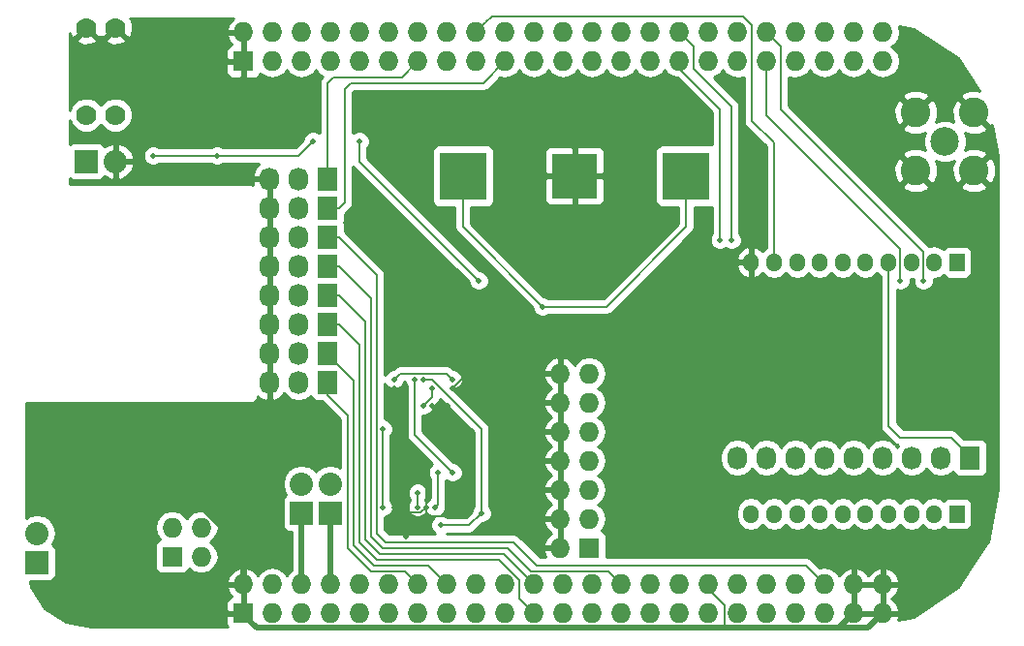
<source format=gbl>
%FSLAX46Y46*%
G04 Gerber Fmt 4.6, Leading zero omitted, Abs format (unit mm)*
G04 Created by KiCad (PCBNEW (2014-09-22 BZR 5144)-product) date Fri 26 Dec 2014 12:55:59 AM CET*
%MOMM*%
G01*
G04 APERTURE LIST*
%ADD10C,0.100000*%
%ADD11O,1.360000X1.600000*%
%ADD12R,1.360000X1.600000*%
%ADD13R,4.170000X4.170000*%
%ADD14R,3.960000X3.960000*%
%ADD15R,1.727200X1.727200*%
%ADD16O,1.727200X1.727200*%
%ADD17C,2.500000*%
%ADD18C,2.600000*%
%ADD19R,2.032000X2.032000*%
%ADD20O,2.032000X2.032000*%
%ADD21R,1.727200X2.032000*%
%ADD22O,1.727200X2.032000*%
%ADD23C,1.778000*%
%ADD24C,0.508000*%
%ADD25C,0.889000*%
%ADD26C,0.154000*%
%ADD27C,0.508000*%
%ADD28C,0.254000*%
G04 APERTURE END LIST*
D10*
D11*
X166309000Y-111330000D03*
X168309000Y-111330000D03*
X170309000Y-111330000D03*
X172309000Y-111330000D03*
X174309000Y-111330000D03*
X176309000Y-111330000D03*
X178309000Y-111330000D03*
X180309000Y-111330000D03*
X182309000Y-111330000D03*
D12*
X184309000Y-111330000D03*
X184309000Y-89330000D03*
D11*
X182309000Y-89330000D03*
X180309000Y-89330000D03*
X178309000Y-89330000D03*
X176309000Y-89330000D03*
X174309000Y-89330000D03*
X172309000Y-89330000D03*
X170309000Y-89330000D03*
X168309000Y-89330000D03*
X166309000Y-89330000D03*
D13*
X160646000Y-81788000D03*
X141106000Y-81788000D03*
D14*
X150876000Y-81788000D03*
D15*
X121920000Y-120015000D03*
D16*
X121920000Y-117475000D03*
X124460000Y-120015000D03*
X124460000Y-117475000D03*
X127000000Y-120015000D03*
X127000000Y-117475000D03*
X129540000Y-120015000D03*
X129540000Y-117475000D03*
X132080000Y-120015000D03*
X132080000Y-117475000D03*
X134620000Y-120015000D03*
X134620000Y-117475000D03*
X137160000Y-120015000D03*
X137160000Y-117475000D03*
X139700000Y-120015000D03*
X139700000Y-117475000D03*
X142240000Y-120015000D03*
X142240000Y-117475000D03*
X144780000Y-120015000D03*
X144780000Y-117475000D03*
X147320000Y-120015000D03*
X147320000Y-117475000D03*
X149860000Y-120015000D03*
X149860000Y-117475000D03*
X152400000Y-120015000D03*
X152400000Y-117475000D03*
X154940000Y-120015000D03*
X154940000Y-117475000D03*
X157480000Y-120015000D03*
X157480000Y-117475000D03*
X160020000Y-120015000D03*
X160020000Y-117475000D03*
X162560000Y-120015000D03*
X162560000Y-117475000D03*
X165100000Y-120015000D03*
X165100000Y-117475000D03*
X167640000Y-120015000D03*
X167640000Y-117475000D03*
X170180000Y-120015000D03*
X170180000Y-117475000D03*
X172720000Y-120015000D03*
X172720000Y-117475000D03*
X175260000Y-120015000D03*
X175260000Y-117475000D03*
X177800000Y-120015000D03*
X177800000Y-117475000D03*
D15*
X121920000Y-71755000D03*
D16*
X121920000Y-69215000D03*
X124460000Y-71755000D03*
X124460000Y-69215000D03*
X127000000Y-71755000D03*
X127000000Y-69215000D03*
X129540000Y-71755000D03*
X129540000Y-69215000D03*
X132080000Y-71755000D03*
X132080000Y-69215000D03*
X134620000Y-71755000D03*
X134620000Y-69215000D03*
X137160000Y-71755000D03*
X137160000Y-69215000D03*
X139700000Y-71755000D03*
X139700000Y-69215000D03*
X142240000Y-71755000D03*
X142240000Y-69215000D03*
X144780000Y-71755000D03*
X144780000Y-69215000D03*
X147320000Y-71755000D03*
X147320000Y-69215000D03*
X149860000Y-71755000D03*
X149860000Y-69215000D03*
X152400000Y-71755000D03*
X152400000Y-69215000D03*
X154940000Y-71755000D03*
X154940000Y-69215000D03*
X157480000Y-71755000D03*
X157480000Y-69215000D03*
X160020000Y-71755000D03*
X160020000Y-69215000D03*
X162560000Y-71755000D03*
X162560000Y-69215000D03*
X165100000Y-71755000D03*
X165100000Y-69215000D03*
X167640000Y-71755000D03*
X167640000Y-69215000D03*
X170180000Y-71755000D03*
X170180000Y-69215000D03*
X172720000Y-71755000D03*
X172720000Y-69215000D03*
X175260000Y-71755000D03*
X175260000Y-69215000D03*
X177800000Y-71755000D03*
X177800000Y-69215000D03*
D17*
X183238000Y-78774000D03*
D18*
X185778000Y-81314000D03*
X185778000Y-76234000D03*
X180698000Y-76234000D03*
X180698000Y-81314000D03*
D19*
X108204000Y-80518000D03*
D20*
X110744000Y-80518000D03*
D19*
X127000000Y-111252000D03*
D20*
X127000000Y-108712000D03*
D19*
X129540000Y-111252000D03*
D20*
X129540000Y-108712000D03*
D21*
X185420000Y-106426000D03*
D22*
X182880000Y-106426000D03*
X180340000Y-106426000D03*
X177800000Y-106426000D03*
X175260000Y-106426000D03*
X172720000Y-106426000D03*
X170180000Y-106426000D03*
X167640000Y-106426000D03*
X165100000Y-106426000D03*
D15*
X115697000Y-115062000D03*
D16*
X115697000Y-112522000D03*
X118237000Y-115062000D03*
X118237000Y-112522000D03*
D19*
X103886000Y-115570000D03*
D20*
X103886000Y-113030000D03*
D23*
X108204000Y-76454000D03*
X110744000Y-76454000D03*
X110744000Y-68834000D03*
X108204000Y-68834000D03*
D21*
X129286000Y-82042000D03*
D22*
X126746000Y-82042000D03*
X124206000Y-82042000D03*
D21*
X129286000Y-84582000D03*
D22*
X126746000Y-84582000D03*
X124206000Y-84582000D03*
D21*
X129286000Y-87122000D03*
D22*
X126746000Y-87122000D03*
X124206000Y-87122000D03*
D21*
X129286000Y-89662000D03*
D22*
X126746000Y-89662000D03*
X124206000Y-89662000D03*
D21*
X129286000Y-92202000D03*
D22*
X126746000Y-92202000D03*
X124206000Y-92202000D03*
D21*
X129286000Y-94742000D03*
D22*
X126746000Y-94742000D03*
X124206000Y-94742000D03*
D21*
X129286000Y-97282000D03*
D22*
X126746000Y-97282000D03*
X124206000Y-97282000D03*
D21*
X129286000Y-99822000D03*
D22*
X126746000Y-99822000D03*
X124206000Y-99822000D03*
D15*
X152146000Y-114300000D03*
D16*
X149606000Y-114300000D03*
X152146000Y-111760000D03*
X149606000Y-111760000D03*
X152146000Y-109220000D03*
X149606000Y-109220000D03*
X152146000Y-106680000D03*
X149606000Y-106680000D03*
X152146000Y-104140000D03*
X149606000Y-104140000D03*
X152146000Y-101600000D03*
X149606000Y-101600000D03*
X152146000Y-99060000D03*
X149606000Y-99060000D03*
D24*
X150876000Y-86868000D03*
X135155010Y-110775020D03*
X137922000Y-110744000D03*
X137160000Y-107696000D03*
X181132468Y-101854000D03*
X136144000Y-113284000D03*
D25*
X117602000Y-103124000D03*
X107696000Y-104140000D03*
D24*
X146558000Y-93218000D03*
X153924000Y-94996000D03*
X143764000Y-94996000D03*
X159004000Y-99060000D03*
X159004000Y-101600000D03*
X159004000Y-104140000D03*
X159004000Y-106680000D03*
X159004000Y-109220000D03*
X159004000Y-111760000D03*
X159004000Y-114300000D03*
X139446000Y-104902000D03*
X128016000Y-74676000D03*
X132080000Y-74676000D03*
X135128000Y-100330000D03*
X140208000Y-100330000D03*
X138430000Y-101854000D03*
X139781942Y-101897559D03*
X142494000Y-90932000D03*
X137160000Y-110744000D03*
X137160000Y-109496980D03*
X134112000Y-110744000D03*
X134112000Y-103886000D03*
X114046000Y-80010000D03*
X119634000Y-80010000D03*
X128016000Y-78740000D03*
X132080000Y-78740000D03*
X135128000Y-99568000D03*
X140208000Y-99568000D03*
X136906000Y-99568000D03*
X140208000Y-107696000D03*
X139167468Y-112329330D03*
X137668000Y-99568000D03*
X142748000Y-111252000D03*
X138430000Y-100330000D03*
X137668000Y-101854000D03*
X148082000Y-93218000D03*
X163576000Y-87376000D03*
X164592000Y-87376000D03*
X179324000Y-90932000D03*
X181356000Y-90932000D03*
X138684000Y-110744000D03*
X138938000Y-107696000D03*
D26*
X150876000Y-86868000D02*
X150876000Y-81788000D01*
X150876000Y-81788000D02*
X150876000Y-77724000D01*
X135155010Y-110775020D02*
X135608991Y-111229001D01*
X135608991Y-111229001D02*
X137436999Y-111229001D01*
X137436999Y-111229001D02*
X137922000Y-110744000D01*
X137922000Y-110744000D02*
X137922000Y-108458000D01*
X137922000Y-108458000D02*
X137160000Y-107696000D01*
X137922000Y-111506000D02*
X137922000Y-110744000D01*
X139446000Y-104902000D02*
X141478000Y-106934000D01*
X141478000Y-106934000D02*
X141478000Y-109220000D01*
X141478000Y-109220000D02*
X139192000Y-111506000D01*
X139192000Y-111506000D02*
X137922000Y-111506000D01*
X181132468Y-101854000D02*
X185166000Y-101854000D01*
X185166000Y-101854000D02*
X187452000Y-104140000D01*
X185420000Y-114046000D02*
X184150000Y-114046000D01*
X184150000Y-114046000D02*
X180721000Y-117475000D01*
X187452000Y-104140000D02*
X187452000Y-112014000D01*
X187452000Y-112014000D02*
X185420000Y-114046000D01*
X180721000Y-117475000D02*
X177800000Y-117475000D01*
D27*
X107696000Y-104140000D02*
X108712000Y-103124000D01*
X108712000Y-103124000D02*
X117602000Y-103124000D01*
D26*
X136144000Y-113284000D02*
X137922000Y-111506000D01*
D27*
X117602000Y-103124000D02*
X117602000Y-110005030D01*
X117602000Y-110005030D02*
X121920000Y-114323030D01*
X121920000Y-114323030D02*
X121920000Y-117475000D01*
D26*
X146558000Y-93218000D02*
X145542000Y-93218000D01*
X145542000Y-93218000D02*
X143764000Y-94996000D01*
X149606000Y-96266000D02*
X149606000Y-99060000D01*
X150876000Y-94996000D02*
X149606000Y-96266000D01*
X153924000Y-94996000D02*
X150876000Y-94996000D01*
X143764000Y-94996000D02*
X147828000Y-99060000D01*
X147828000Y-99060000D02*
X149606000Y-99060000D01*
X159004000Y-111760000D02*
X159004000Y-114300000D01*
X159004000Y-109220000D02*
X159004000Y-111760000D01*
X159004000Y-106680000D02*
X159004000Y-109220000D01*
X159004000Y-101600000D02*
X159004000Y-106680000D01*
X159004000Y-101600000D02*
X159004000Y-104140000D01*
X159004000Y-99060000D02*
X159004000Y-101600000D01*
D27*
X173988399Y-121286601D02*
X175260000Y-120015000D01*
X121920000Y-120142000D02*
X123064601Y-121286601D01*
X121920000Y-120015000D02*
X121920000Y-120142000D01*
X176528399Y-121286601D02*
X177800000Y-120015000D01*
X173988399Y-121286601D02*
X176528399Y-121286601D01*
D26*
X145288000Y-74676000D02*
X145796000Y-74168000D01*
X132080000Y-74676000D02*
X145288000Y-74676000D01*
X123190000Y-74676000D02*
X128016000Y-74676000D01*
X121920000Y-73406000D02*
X123190000Y-74676000D01*
X121920000Y-71755000D02*
X121920000Y-73406000D01*
D27*
X164039823Y-121286601D02*
X173988399Y-121286601D01*
X123064601Y-121286601D02*
X164039823Y-121286601D01*
D26*
X164005399Y-119301399D02*
X164005399Y-121252177D01*
X164005399Y-121252177D02*
X164039823Y-121286601D01*
X162560000Y-117856000D02*
X164005399Y-119301399D01*
X162560000Y-117475000D02*
X162560000Y-117856000D01*
X137160000Y-107696000D02*
X135128000Y-105664000D01*
X135128000Y-105664000D02*
X135128000Y-100330000D01*
X149606000Y-99060000D02*
X141478000Y-99060000D01*
X141478000Y-99060000D02*
X140208000Y-100330000D01*
X139446000Y-102870000D02*
X139446000Y-104902000D01*
X138430000Y-101854000D02*
X139446000Y-102870000D01*
X138473559Y-101897559D02*
X138430000Y-101854000D01*
X139781942Y-101897559D02*
X138473559Y-101897559D01*
X132080000Y-80518000D02*
X142494000Y-90932000D01*
X132080000Y-78740000D02*
X132080000Y-80518000D01*
X137160000Y-110744000D02*
X137160000Y-109496980D01*
X134112000Y-110744000D02*
X134112000Y-103886000D01*
X114046000Y-80010000D02*
X119634000Y-80010000D01*
X126746000Y-80010000D02*
X128016000Y-78740000D01*
X119634000Y-80010000D02*
X126746000Y-80010000D01*
X135128000Y-99568000D02*
X135636000Y-99060000D01*
X135636000Y-99060000D02*
X139700000Y-99060000D01*
X139700000Y-99060000D02*
X140208000Y-99568000D01*
X135763000Y-73152000D02*
X137160000Y-71755000D01*
X129794000Y-73152000D02*
X135763000Y-73152000D01*
X129286000Y-73660000D02*
X129794000Y-73152000D01*
X129286000Y-82042000D02*
X129286000Y-73660000D01*
X129286000Y-92202000D02*
X130303600Y-92202000D01*
X132588000Y-94486400D02*
X132588000Y-113538000D01*
X132588000Y-113538000D02*
X133858000Y-114808000D01*
X133858000Y-114808000D02*
X144653000Y-114808000D01*
X130303600Y-92202000D02*
X132588000Y-94486400D01*
X144653000Y-114808000D02*
X147320000Y-117475000D01*
X130303600Y-84582000D02*
X130810000Y-84075600D01*
X129286000Y-84582000D02*
X130303600Y-84582000D01*
X130810000Y-84075600D02*
X130810000Y-74168000D01*
X130810000Y-74168000D02*
X131318000Y-73660000D01*
X142875000Y-73660000D02*
X144780000Y-71755000D01*
X131318000Y-73660000D02*
X142875000Y-73660000D01*
X129286000Y-94742000D02*
X130303600Y-94742000D01*
X130303600Y-94742000D02*
X132080000Y-96518400D01*
X132080000Y-96518400D02*
X132080000Y-113792000D01*
X132080000Y-113792000D02*
X133604000Y-115316000D01*
X133604000Y-115316000D02*
X144272000Y-115316000D01*
X146050000Y-117094000D02*
X146050000Y-118745000D01*
X144272000Y-115316000D02*
X146050000Y-117094000D01*
X146050000Y-118745000D02*
X147320000Y-120015000D01*
X129286000Y-87122000D02*
X130303600Y-87122000D01*
X130303600Y-87122000D02*
X133604000Y-90422400D01*
X133604000Y-90422400D02*
X133604000Y-113030000D01*
X133604000Y-113030000D02*
X134366000Y-113792000D01*
X134366000Y-113792000D02*
X145542000Y-113792000D01*
X147574000Y-115824000D02*
X171069000Y-115824000D01*
X145542000Y-113792000D02*
X147574000Y-115824000D01*
X171069000Y-115824000D02*
X172720000Y-117475000D01*
X129286000Y-97282000D02*
X129286000Y-97434400D01*
X131572000Y-99720400D02*
X131572000Y-114046000D01*
X129286000Y-97434400D02*
X131572000Y-99720400D01*
X131572000Y-114046000D02*
X133350000Y-115824000D01*
X133350000Y-115824000D02*
X138049000Y-115824000D01*
X138049000Y-115824000D02*
X139700000Y-117475000D01*
X129286000Y-89662000D02*
X130303600Y-89662000D01*
X130303600Y-89662000D02*
X133096000Y-92454400D01*
X133096000Y-92454400D02*
X133096000Y-113284000D01*
X134112000Y-114300000D02*
X145034000Y-114300000D01*
X133096000Y-113284000D02*
X134112000Y-114300000D01*
X145034000Y-114300000D02*
X147066000Y-116332000D01*
X147066000Y-116332000D02*
X153797000Y-116332000D01*
X153797000Y-116332000D02*
X154940000Y-117475000D01*
X129286000Y-99822000D02*
X129286000Y-100992000D01*
X129286000Y-100992000D02*
X131064000Y-102770000D01*
X131064000Y-102770000D02*
X131064000Y-114300000D01*
X131064000Y-114300000D02*
X133096000Y-116332000D01*
X133096000Y-116332000D02*
X136017000Y-116332000D01*
X136017000Y-116332000D02*
X137160000Y-117475000D01*
X140208000Y-107696000D02*
X136906000Y-104394000D01*
X136906000Y-104394000D02*
X136906000Y-99568000D01*
X141670670Y-112329330D02*
X139167468Y-112329330D01*
X142748000Y-111252000D02*
X141670670Y-112329330D01*
X142748000Y-103886000D02*
X138430000Y-99568000D01*
X138430000Y-99568000D02*
X137668000Y-99568000D01*
X142748000Y-111252000D02*
X142748000Y-103886000D01*
X138430000Y-100330000D02*
X138430000Y-101092000D01*
X138430000Y-101092000D02*
X137668000Y-101854000D01*
X148082000Y-93218000D02*
X153670000Y-93218000D01*
X153670000Y-93218000D02*
X160646000Y-86242000D01*
X160646000Y-86242000D02*
X160646000Y-81788000D01*
X148082000Y-93218000D02*
X141106000Y-86242000D01*
X141106000Y-86242000D02*
X141106000Y-81788000D01*
D27*
X127000000Y-117475000D02*
X127000000Y-111252000D01*
X129540000Y-111252000D02*
X129540000Y-117475000D01*
D26*
X142240000Y-69215000D02*
X142367000Y-69215000D01*
X168309000Y-89450000D02*
X168309000Y-89330000D01*
X168309000Y-89330000D02*
X168309000Y-78901000D01*
X168309000Y-78901000D02*
X166370000Y-76962000D01*
X166370000Y-76962000D02*
X166370000Y-68580000D01*
X143103599Y-68351401D02*
X142240000Y-69215000D01*
X166370000Y-68580000D02*
X165608000Y-67818000D01*
X165608000Y-67818000D02*
X143637000Y-67818000D01*
X143637000Y-67818000D02*
X143103599Y-68351401D01*
X160020000Y-72390000D02*
X160020000Y-71755000D01*
X163576000Y-75946000D02*
X160020000Y-72390000D01*
X163576000Y-87376000D02*
X163576000Y-75946000D01*
X167640000Y-106426000D02*
X167640000Y-105664000D01*
X164592000Y-75692000D02*
X164592000Y-87376000D01*
X161290000Y-72390000D02*
X164592000Y-75692000D01*
X161290000Y-70485000D02*
X161290000Y-72390000D01*
X160020000Y-69215000D02*
X161290000Y-70485000D01*
X167640000Y-76454000D02*
X167640000Y-71755000D01*
X179324000Y-88138000D02*
X167640000Y-76454000D01*
X179324000Y-90932000D02*
X179324000Y-88138000D01*
X168503599Y-70078599D02*
X167640000Y-69215000D01*
X168910000Y-70485000D02*
X168503599Y-70078599D01*
X168910000Y-75946000D02*
X168910000Y-70485000D01*
X181356000Y-88392000D02*
X168910000Y-75946000D01*
X181356000Y-90932000D02*
X181356000Y-88392000D01*
X178309000Y-103633000D02*
X178309000Y-90284000D01*
X179324000Y-104648000D02*
X178309000Y-103633000D01*
X178309000Y-90284000D02*
X178309000Y-89330000D01*
X183794400Y-104648000D02*
X179324000Y-104648000D01*
X185420000Y-106273600D02*
X183794400Y-104648000D01*
X185420000Y-106426000D02*
X185420000Y-106273600D01*
X138938000Y-107696000D02*
X138937999Y-110490001D01*
X138937999Y-110490001D02*
X138684000Y-110744000D01*
D28*
G36*
X130352000Y-107274729D02*
X130171810Y-107154330D01*
X129540000Y-107028655D01*
X128908190Y-107154330D01*
X128372567Y-107512222D01*
X128270000Y-107665724D01*
X128167433Y-107512222D01*
X127631810Y-107154330D01*
X127000000Y-107028655D01*
X126368190Y-107154330D01*
X125832567Y-107512222D01*
X125474675Y-108047845D01*
X125349000Y-108679655D01*
X125349000Y-108744345D01*
X125474675Y-109376155D01*
X125675371Y-109676519D01*
X125624302Y-109697673D01*
X125445673Y-109876301D01*
X125349000Y-110109690D01*
X125349000Y-110362309D01*
X125349000Y-112394309D01*
X125445673Y-112627698D01*
X125624301Y-112806327D01*
X125857690Y-112903000D01*
X126110309Y-112903000D01*
X126111000Y-112903000D01*
X126111000Y-116281674D01*
X125910971Y-116415330D01*
X125730000Y-116686172D01*
X125549029Y-116415330D01*
X125062848Y-116090474D01*
X124489359Y-115976400D01*
X124430641Y-115976400D01*
X123857152Y-116090474D01*
X123370971Y-116415330D01*
X123190007Y-116686160D01*
X122808490Y-116268179D01*
X122279027Y-116020032D01*
X122047000Y-116140531D01*
X122047000Y-117348000D01*
X122067000Y-117348000D01*
X122067000Y-117602000D01*
X122047000Y-117602000D01*
X122047000Y-118675150D01*
X122047000Y-118809469D01*
X122047000Y-119888000D01*
X122067000Y-119888000D01*
X122067000Y-120142000D01*
X122047000Y-120142000D01*
X122047000Y-120162000D01*
X121793000Y-120162000D01*
X121793000Y-120142000D01*
X121793000Y-119888000D01*
X121793000Y-118809469D01*
X121793000Y-118675150D01*
X121793000Y-117602000D01*
X121793000Y-117348000D01*
X121793000Y-116140531D01*
X121560973Y-116020032D01*
X121031510Y-116268179D01*
X120637312Y-116700053D01*
X120465042Y-117115974D01*
X120586183Y-117348000D01*
X121793000Y-117348000D01*
X121793000Y-117602000D01*
X120586183Y-117602000D01*
X120465042Y-117834026D01*
X120637312Y-118249947D01*
X120894119Y-118531299D01*
X120696702Y-118613073D01*
X120518073Y-118791701D01*
X120421400Y-119025090D01*
X120421400Y-119277709D01*
X120421400Y-119729250D01*
X120580150Y-119888000D01*
X121793000Y-119888000D01*
X121793000Y-120142000D01*
X120580150Y-120142000D01*
X120421400Y-120300750D01*
X120421400Y-120752291D01*
X120421400Y-121004910D01*
X120516706Y-121235000D01*
X119764959Y-121235000D01*
X119764959Y-115062000D01*
X119650885Y-114488511D01*
X119326029Y-114002330D01*
X119011248Y-113792000D01*
X119326029Y-113581670D01*
X119650885Y-113095489D01*
X119764959Y-112522000D01*
X119650885Y-111948511D01*
X119326029Y-111462330D01*
X118839848Y-111137474D01*
X118266359Y-111023400D01*
X118207641Y-111023400D01*
X117634152Y-111137474D01*
X117147971Y-111462330D01*
X116967000Y-111733172D01*
X116786029Y-111462330D01*
X116299848Y-111137474D01*
X115726359Y-111023400D01*
X115667641Y-111023400D01*
X115094152Y-111137474D01*
X114607971Y-111462330D01*
X114283115Y-111948511D01*
X114169041Y-112522000D01*
X114283115Y-113095489D01*
X114607971Y-113581670D01*
X114629023Y-113595736D01*
X114473702Y-113660073D01*
X114295073Y-113838701D01*
X114198400Y-114072090D01*
X114198400Y-114324709D01*
X114198400Y-116051909D01*
X114295073Y-116285298D01*
X114473701Y-116463927D01*
X114707090Y-116560600D01*
X114959709Y-116560600D01*
X116686909Y-116560600D01*
X116920298Y-116463927D01*
X117098927Y-116285299D01*
X117162643Y-116131473D01*
X117634152Y-116446526D01*
X118207641Y-116560600D01*
X118266359Y-116560600D01*
X118839848Y-116446526D01*
X119326029Y-116121670D01*
X119650885Y-115635489D01*
X119764959Y-115062000D01*
X119764959Y-121235000D01*
X108652467Y-121235000D01*
X106422234Y-120791379D01*
X104588729Y-119566270D01*
X103363620Y-117732765D01*
X103261824Y-117221000D01*
X105028309Y-117221000D01*
X105261698Y-117124327D01*
X105440327Y-116945699D01*
X105537000Y-116712310D01*
X105537000Y-116459691D01*
X105537000Y-114427691D01*
X105440327Y-114194302D01*
X105261699Y-114015673D01*
X105210628Y-113994518D01*
X105411325Y-113694155D01*
X105537000Y-113062345D01*
X105537000Y-112997655D01*
X105411325Y-112365845D01*
X105053433Y-111830222D01*
X104517810Y-111472330D01*
X103886000Y-111346655D01*
X103254190Y-111472330D01*
X102920000Y-111695628D01*
X102920000Y-101650000D01*
X122555000Y-101650000D01*
X122817138Y-101597857D01*
X123039368Y-101449368D01*
X123187857Y-101227138D01*
X123217850Y-101076350D01*
X123303964Y-101172732D01*
X123831209Y-101426709D01*
X123846974Y-101429358D01*
X124079000Y-101308217D01*
X124079000Y-99949000D01*
X124059000Y-99949000D01*
X124059000Y-99695000D01*
X124079000Y-99695000D01*
X124079000Y-98768217D01*
X124079000Y-98335783D01*
X124079000Y-97409000D01*
X124059000Y-97409000D01*
X124059000Y-97155000D01*
X124079000Y-97155000D01*
X124079000Y-96228217D01*
X124079000Y-95795783D01*
X124079000Y-94869000D01*
X124059000Y-94869000D01*
X124059000Y-94615000D01*
X124079000Y-94615000D01*
X124079000Y-93688217D01*
X124079000Y-93255783D01*
X124079000Y-92329000D01*
X124059000Y-92329000D01*
X124059000Y-92075000D01*
X124079000Y-92075000D01*
X124079000Y-91148217D01*
X124079000Y-90715783D01*
X124079000Y-89789000D01*
X124059000Y-89789000D01*
X124059000Y-89535000D01*
X124079000Y-89535000D01*
X124079000Y-88608217D01*
X124079000Y-88175783D01*
X124079000Y-87249000D01*
X124059000Y-87249000D01*
X124059000Y-86995000D01*
X124079000Y-86995000D01*
X124079000Y-86068217D01*
X124079000Y-85635783D01*
X124079000Y-84709000D01*
X124059000Y-84709000D01*
X124059000Y-84455000D01*
X124079000Y-84455000D01*
X124079000Y-83528217D01*
X124079000Y-83095783D01*
X124079000Y-82169000D01*
X122865076Y-82169000D01*
X122720816Y-82403913D01*
X122769340Y-82542635D01*
X122555000Y-82500000D01*
X112349975Y-82500000D01*
X112349975Y-80900944D01*
X112349975Y-80135056D01*
X112150385Y-79653182D01*
X111712379Y-79180812D01*
X111126946Y-78912017D01*
X110871000Y-79030633D01*
X110871000Y-80391000D01*
X112230836Y-80391000D01*
X112349975Y-80135056D01*
X112349975Y-80900944D01*
X112230836Y-80645000D01*
X110871000Y-80645000D01*
X110871000Y-82005367D01*
X111126946Y-82123983D01*
X111712379Y-81855188D01*
X112150385Y-81382818D01*
X112349975Y-80900944D01*
X112349975Y-82500000D01*
X107315000Y-82500000D01*
X106730000Y-82500000D01*
X106730000Y-81974025D01*
X106828301Y-82072327D01*
X107061690Y-82169000D01*
X107314309Y-82169000D01*
X109346309Y-82169000D01*
X109579698Y-82072327D01*
X109758327Y-81893699D01*
X109774693Y-81854187D01*
X109775621Y-81855188D01*
X110361054Y-82123983D01*
X110617000Y-82005367D01*
X110617000Y-80645000D01*
X110597000Y-80645000D01*
X110597000Y-80391000D01*
X110617000Y-80391000D01*
X110617000Y-79030633D01*
X110361054Y-78912017D01*
X109775621Y-79180812D01*
X109774692Y-79181812D01*
X109758327Y-79142302D01*
X109579699Y-78963673D01*
X109346310Y-78867000D01*
X109093691Y-78867000D01*
X107061691Y-78867000D01*
X106828302Y-78963673D01*
X106730000Y-79061974D01*
X106730000Y-76877460D01*
X106911262Y-77316149D01*
X107339596Y-77745231D01*
X107899528Y-77977735D01*
X108505812Y-77978264D01*
X109066149Y-77746738D01*
X109474335Y-77339262D01*
X109879596Y-77745231D01*
X110439528Y-77977735D01*
X111045812Y-77978264D01*
X111606149Y-77746738D01*
X112035231Y-77318404D01*
X112267735Y-76758472D01*
X112268264Y-76152188D01*
X112036738Y-75591851D01*
X111636591Y-75191005D01*
X111636591Y-69906196D01*
X110744000Y-69013605D01*
X109851409Y-69906196D01*
X109936467Y-70161539D01*
X110505965Y-70369516D01*
X111111700Y-70343723D01*
X111551533Y-70161539D01*
X111636591Y-69906196D01*
X111636591Y-75191005D01*
X111608404Y-75162769D01*
X111048472Y-74930265D01*
X110442188Y-74929736D01*
X109881851Y-75161262D01*
X109473664Y-75568737D01*
X109096591Y-75191005D01*
X109096591Y-69906196D01*
X108204000Y-69013605D01*
X107311409Y-69906196D01*
X107396467Y-70161539D01*
X107965965Y-70369516D01*
X108571700Y-70343723D01*
X109011533Y-70161539D01*
X109096591Y-69906196D01*
X109096591Y-75191005D01*
X109068404Y-75162769D01*
X108508472Y-74930265D01*
X107902188Y-74929736D01*
X107341851Y-75161262D01*
X106912769Y-75589596D01*
X106730000Y-76029752D01*
X106730000Y-69287943D01*
X106876461Y-69641533D01*
X107131804Y-69726591D01*
X108024395Y-68834000D01*
X108010252Y-68819857D01*
X108189857Y-68640252D01*
X108204000Y-68654395D01*
X108218142Y-68640252D01*
X108397747Y-68819857D01*
X108383605Y-68834000D01*
X109276196Y-69726591D01*
X109474000Y-69660699D01*
X109671804Y-69726591D01*
X110564395Y-68834000D01*
X110550252Y-68819857D01*
X110729857Y-68640252D01*
X110744000Y-68654395D01*
X110758142Y-68640252D01*
X110937747Y-68819857D01*
X110923605Y-68834000D01*
X111816196Y-69726591D01*
X112071539Y-69641533D01*
X112279516Y-69072035D01*
X112253723Y-68466300D01*
X112071539Y-68026467D01*
X111977075Y-67995000D01*
X121059629Y-67995000D01*
X121031510Y-68008179D01*
X120637312Y-68440053D01*
X120465042Y-68855974D01*
X120586183Y-69088000D01*
X121793000Y-69088000D01*
X121793000Y-69068000D01*
X122047000Y-69068000D01*
X122047000Y-69088000D01*
X122067000Y-69088000D01*
X122067000Y-69342000D01*
X122047000Y-69342000D01*
X122047000Y-70415150D01*
X122047000Y-70549469D01*
X122047000Y-71628000D01*
X122067000Y-71628000D01*
X122067000Y-71882000D01*
X122047000Y-71882000D01*
X122047000Y-73094850D01*
X122205750Y-73253600D01*
X122909909Y-73253600D01*
X123143298Y-73156927D01*
X123321927Y-72978299D01*
X123385643Y-72824473D01*
X123857152Y-73139526D01*
X124430641Y-73253600D01*
X124489359Y-73253600D01*
X125062848Y-73139526D01*
X125549029Y-72814670D01*
X125730000Y-72543827D01*
X125910971Y-72814670D01*
X126397152Y-73139526D01*
X126970641Y-73253600D01*
X127029359Y-73253600D01*
X127602848Y-73139526D01*
X128089029Y-72814670D01*
X128270000Y-72543827D01*
X128450971Y-72814670D01*
X128854668Y-73084411D01*
X128782540Y-73156540D01*
X128628198Y-73387529D01*
X128574000Y-73660000D01*
X128574000Y-78040640D01*
X128520236Y-77986782D01*
X128193609Y-77851154D01*
X127839943Y-77850846D01*
X127513080Y-77985903D01*
X127262782Y-78235764D01*
X127127154Y-78562391D01*
X127127102Y-78621977D01*
X126451080Y-79298000D01*
X121793000Y-79298000D01*
X121793000Y-73094850D01*
X121793000Y-71882000D01*
X121793000Y-71628000D01*
X121793000Y-70549469D01*
X121793000Y-70415150D01*
X121793000Y-69342000D01*
X120586183Y-69342000D01*
X120465042Y-69574026D01*
X120637312Y-69989947D01*
X120894119Y-70271299D01*
X120696702Y-70353073D01*
X120518073Y-70531701D01*
X120421400Y-70765090D01*
X120421400Y-71017709D01*
X120421400Y-71469250D01*
X120580150Y-71628000D01*
X121793000Y-71628000D01*
X121793000Y-71882000D01*
X120580150Y-71882000D01*
X120421400Y-72040750D01*
X120421400Y-72492291D01*
X120421400Y-72744910D01*
X120518073Y-72978299D01*
X120696702Y-73156927D01*
X120930091Y-73253600D01*
X121634250Y-73253600D01*
X121793000Y-73094850D01*
X121793000Y-79298000D01*
X120179382Y-79298000D01*
X120138236Y-79256782D01*
X119811609Y-79121154D01*
X119457943Y-79120846D01*
X119131080Y-79255903D01*
X119088909Y-79298000D01*
X114591382Y-79298000D01*
X114550236Y-79256782D01*
X114223609Y-79121154D01*
X113869943Y-79120846D01*
X113543080Y-79255903D01*
X113292782Y-79505764D01*
X113157154Y-79832391D01*
X113156846Y-80186057D01*
X113291903Y-80512920D01*
X113541764Y-80763218D01*
X113868391Y-80898846D01*
X114222057Y-80899154D01*
X114548920Y-80764097D01*
X114591090Y-80722000D01*
X119088617Y-80722000D01*
X119129764Y-80763218D01*
X119456391Y-80898846D01*
X119810057Y-80899154D01*
X120136920Y-80764097D01*
X120179090Y-80722000D01*
X123276506Y-80722000D01*
X122914046Y-81127680D01*
X122720816Y-81680087D01*
X122865076Y-81915000D01*
X124079000Y-81915000D01*
X124079000Y-81895000D01*
X124333000Y-81895000D01*
X124333000Y-81915000D01*
X124353000Y-81915000D01*
X124353000Y-82169000D01*
X124333000Y-82169000D01*
X124333000Y-83095783D01*
X124333000Y-83528217D01*
X124333000Y-84455000D01*
X124353000Y-84455000D01*
X124353000Y-84709000D01*
X124333000Y-84709000D01*
X124333000Y-85635783D01*
X124333000Y-86068217D01*
X124333000Y-86995000D01*
X124353000Y-86995000D01*
X124353000Y-87249000D01*
X124333000Y-87249000D01*
X124333000Y-88175783D01*
X124333000Y-88608217D01*
X124333000Y-89535000D01*
X124353000Y-89535000D01*
X124353000Y-89789000D01*
X124333000Y-89789000D01*
X124333000Y-90715783D01*
X124333000Y-91148217D01*
X124333000Y-92075000D01*
X124353000Y-92075000D01*
X124353000Y-92329000D01*
X124333000Y-92329000D01*
X124333000Y-93255783D01*
X124333000Y-93688217D01*
X124333000Y-94615000D01*
X124353000Y-94615000D01*
X124353000Y-94869000D01*
X124333000Y-94869000D01*
X124333000Y-95795783D01*
X124333000Y-96228217D01*
X124333000Y-97155000D01*
X124353000Y-97155000D01*
X124353000Y-97409000D01*
X124333000Y-97409000D01*
X124333000Y-98335783D01*
X124333000Y-98768217D01*
X124333000Y-99695000D01*
X124353000Y-99695000D01*
X124353000Y-99949000D01*
X124333000Y-99949000D01*
X124333000Y-101308217D01*
X124565026Y-101429358D01*
X124580791Y-101426709D01*
X125108036Y-101172732D01*
X125479539Y-100756930D01*
X125686330Y-101066415D01*
X126172511Y-101391271D01*
X126746000Y-101505345D01*
X127319489Y-101391271D01*
X127805670Y-101066415D01*
X127820500Y-101044219D01*
X127884073Y-101197698D01*
X128062701Y-101376327D01*
X128296090Y-101473000D01*
X128548709Y-101473000D01*
X128767532Y-101473000D01*
X128782540Y-101495460D01*
X130352000Y-103064920D01*
X130352000Y-107274729D01*
X130352000Y-107274729D01*
G37*
X130352000Y-107274729D02*
X130171810Y-107154330D01*
X129540000Y-107028655D01*
X128908190Y-107154330D01*
X128372567Y-107512222D01*
X128270000Y-107665724D01*
X128167433Y-107512222D01*
X127631810Y-107154330D01*
X127000000Y-107028655D01*
X126368190Y-107154330D01*
X125832567Y-107512222D01*
X125474675Y-108047845D01*
X125349000Y-108679655D01*
X125349000Y-108744345D01*
X125474675Y-109376155D01*
X125675371Y-109676519D01*
X125624302Y-109697673D01*
X125445673Y-109876301D01*
X125349000Y-110109690D01*
X125349000Y-110362309D01*
X125349000Y-112394309D01*
X125445673Y-112627698D01*
X125624301Y-112806327D01*
X125857690Y-112903000D01*
X126110309Y-112903000D01*
X126111000Y-112903000D01*
X126111000Y-116281674D01*
X125910971Y-116415330D01*
X125730000Y-116686172D01*
X125549029Y-116415330D01*
X125062848Y-116090474D01*
X124489359Y-115976400D01*
X124430641Y-115976400D01*
X123857152Y-116090474D01*
X123370971Y-116415330D01*
X123190007Y-116686160D01*
X122808490Y-116268179D01*
X122279027Y-116020032D01*
X122047000Y-116140531D01*
X122047000Y-117348000D01*
X122067000Y-117348000D01*
X122067000Y-117602000D01*
X122047000Y-117602000D01*
X122047000Y-118675150D01*
X122047000Y-118809469D01*
X122047000Y-119888000D01*
X122067000Y-119888000D01*
X122067000Y-120142000D01*
X122047000Y-120142000D01*
X122047000Y-120162000D01*
X121793000Y-120162000D01*
X121793000Y-120142000D01*
X121793000Y-119888000D01*
X121793000Y-118809469D01*
X121793000Y-118675150D01*
X121793000Y-117602000D01*
X121793000Y-117348000D01*
X121793000Y-116140531D01*
X121560973Y-116020032D01*
X121031510Y-116268179D01*
X120637312Y-116700053D01*
X120465042Y-117115974D01*
X120586183Y-117348000D01*
X121793000Y-117348000D01*
X121793000Y-117602000D01*
X120586183Y-117602000D01*
X120465042Y-117834026D01*
X120637312Y-118249947D01*
X120894119Y-118531299D01*
X120696702Y-118613073D01*
X120518073Y-118791701D01*
X120421400Y-119025090D01*
X120421400Y-119277709D01*
X120421400Y-119729250D01*
X120580150Y-119888000D01*
X121793000Y-119888000D01*
X121793000Y-120142000D01*
X120580150Y-120142000D01*
X120421400Y-120300750D01*
X120421400Y-120752291D01*
X120421400Y-121004910D01*
X120516706Y-121235000D01*
X119764959Y-121235000D01*
X119764959Y-115062000D01*
X119650885Y-114488511D01*
X119326029Y-114002330D01*
X119011248Y-113792000D01*
X119326029Y-113581670D01*
X119650885Y-113095489D01*
X119764959Y-112522000D01*
X119650885Y-111948511D01*
X119326029Y-111462330D01*
X118839848Y-111137474D01*
X118266359Y-111023400D01*
X118207641Y-111023400D01*
X117634152Y-111137474D01*
X117147971Y-111462330D01*
X116967000Y-111733172D01*
X116786029Y-111462330D01*
X116299848Y-111137474D01*
X115726359Y-111023400D01*
X115667641Y-111023400D01*
X115094152Y-111137474D01*
X114607971Y-111462330D01*
X114283115Y-111948511D01*
X114169041Y-112522000D01*
X114283115Y-113095489D01*
X114607971Y-113581670D01*
X114629023Y-113595736D01*
X114473702Y-113660073D01*
X114295073Y-113838701D01*
X114198400Y-114072090D01*
X114198400Y-114324709D01*
X114198400Y-116051909D01*
X114295073Y-116285298D01*
X114473701Y-116463927D01*
X114707090Y-116560600D01*
X114959709Y-116560600D01*
X116686909Y-116560600D01*
X116920298Y-116463927D01*
X117098927Y-116285299D01*
X117162643Y-116131473D01*
X117634152Y-116446526D01*
X118207641Y-116560600D01*
X118266359Y-116560600D01*
X118839848Y-116446526D01*
X119326029Y-116121670D01*
X119650885Y-115635489D01*
X119764959Y-115062000D01*
X119764959Y-121235000D01*
X108652467Y-121235000D01*
X106422234Y-120791379D01*
X104588729Y-119566270D01*
X103363620Y-117732765D01*
X103261824Y-117221000D01*
X105028309Y-117221000D01*
X105261698Y-117124327D01*
X105440327Y-116945699D01*
X105537000Y-116712310D01*
X105537000Y-116459691D01*
X105537000Y-114427691D01*
X105440327Y-114194302D01*
X105261699Y-114015673D01*
X105210628Y-113994518D01*
X105411325Y-113694155D01*
X105537000Y-113062345D01*
X105537000Y-112997655D01*
X105411325Y-112365845D01*
X105053433Y-111830222D01*
X104517810Y-111472330D01*
X103886000Y-111346655D01*
X103254190Y-111472330D01*
X102920000Y-111695628D01*
X102920000Y-101650000D01*
X122555000Y-101650000D01*
X122817138Y-101597857D01*
X123039368Y-101449368D01*
X123187857Y-101227138D01*
X123217850Y-101076350D01*
X123303964Y-101172732D01*
X123831209Y-101426709D01*
X123846974Y-101429358D01*
X124079000Y-101308217D01*
X124079000Y-99949000D01*
X124059000Y-99949000D01*
X124059000Y-99695000D01*
X124079000Y-99695000D01*
X124079000Y-98768217D01*
X124079000Y-98335783D01*
X124079000Y-97409000D01*
X124059000Y-97409000D01*
X124059000Y-97155000D01*
X124079000Y-97155000D01*
X124079000Y-96228217D01*
X124079000Y-95795783D01*
X124079000Y-94869000D01*
X124059000Y-94869000D01*
X124059000Y-94615000D01*
X124079000Y-94615000D01*
X124079000Y-93688217D01*
X124079000Y-93255783D01*
X124079000Y-92329000D01*
X124059000Y-92329000D01*
X124059000Y-92075000D01*
X124079000Y-92075000D01*
X124079000Y-91148217D01*
X124079000Y-90715783D01*
X124079000Y-89789000D01*
X124059000Y-89789000D01*
X124059000Y-89535000D01*
X124079000Y-89535000D01*
X124079000Y-88608217D01*
X124079000Y-88175783D01*
X124079000Y-87249000D01*
X124059000Y-87249000D01*
X124059000Y-86995000D01*
X124079000Y-86995000D01*
X124079000Y-86068217D01*
X124079000Y-85635783D01*
X124079000Y-84709000D01*
X124059000Y-84709000D01*
X124059000Y-84455000D01*
X124079000Y-84455000D01*
X124079000Y-83528217D01*
X124079000Y-83095783D01*
X124079000Y-82169000D01*
X122865076Y-82169000D01*
X122720816Y-82403913D01*
X122769340Y-82542635D01*
X122555000Y-82500000D01*
X112349975Y-82500000D01*
X112349975Y-80900944D01*
X112349975Y-80135056D01*
X112150385Y-79653182D01*
X111712379Y-79180812D01*
X111126946Y-78912017D01*
X110871000Y-79030633D01*
X110871000Y-80391000D01*
X112230836Y-80391000D01*
X112349975Y-80135056D01*
X112349975Y-80900944D01*
X112230836Y-80645000D01*
X110871000Y-80645000D01*
X110871000Y-82005367D01*
X111126946Y-82123983D01*
X111712379Y-81855188D01*
X112150385Y-81382818D01*
X112349975Y-80900944D01*
X112349975Y-82500000D01*
X107315000Y-82500000D01*
X106730000Y-82500000D01*
X106730000Y-81974025D01*
X106828301Y-82072327D01*
X107061690Y-82169000D01*
X107314309Y-82169000D01*
X109346309Y-82169000D01*
X109579698Y-82072327D01*
X109758327Y-81893699D01*
X109774693Y-81854187D01*
X109775621Y-81855188D01*
X110361054Y-82123983D01*
X110617000Y-82005367D01*
X110617000Y-80645000D01*
X110597000Y-80645000D01*
X110597000Y-80391000D01*
X110617000Y-80391000D01*
X110617000Y-79030633D01*
X110361054Y-78912017D01*
X109775621Y-79180812D01*
X109774692Y-79181812D01*
X109758327Y-79142302D01*
X109579699Y-78963673D01*
X109346310Y-78867000D01*
X109093691Y-78867000D01*
X107061691Y-78867000D01*
X106828302Y-78963673D01*
X106730000Y-79061974D01*
X106730000Y-76877460D01*
X106911262Y-77316149D01*
X107339596Y-77745231D01*
X107899528Y-77977735D01*
X108505812Y-77978264D01*
X109066149Y-77746738D01*
X109474335Y-77339262D01*
X109879596Y-77745231D01*
X110439528Y-77977735D01*
X111045812Y-77978264D01*
X111606149Y-77746738D01*
X112035231Y-77318404D01*
X112267735Y-76758472D01*
X112268264Y-76152188D01*
X112036738Y-75591851D01*
X111636591Y-75191005D01*
X111636591Y-69906196D01*
X110744000Y-69013605D01*
X109851409Y-69906196D01*
X109936467Y-70161539D01*
X110505965Y-70369516D01*
X111111700Y-70343723D01*
X111551533Y-70161539D01*
X111636591Y-69906196D01*
X111636591Y-75191005D01*
X111608404Y-75162769D01*
X111048472Y-74930265D01*
X110442188Y-74929736D01*
X109881851Y-75161262D01*
X109473664Y-75568737D01*
X109096591Y-75191005D01*
X109096591Y-69906196D01*
X108204000Y-69013605D01*
X107311409Y-69906196D01*
X107396467Y-70161539D01*
X107965965Y-70369516D01*
X108571700Y-70343723D01*
X109011533Y-70161539D01*
X109096591Y-69906196D01*
X109096591Y-75191005D01*
X109068404Y-75162769D01*
X108508472Y-74930265D01*
X107902188Y-74929736D01*
X107341851Y-75161262D01*
X106912769Y-75589596D01*
X106730000Y-76029752D01*
X106730000Y-69287943D01*
X106876461Y-69641533D01*
X107131804Y-69726591D01*
X108024395Y-68834000D01*
X108010252Y-68819857D01*
X108189857Y-68640252D01*
X108204000Y-68654395D01*
X108218142Y-68640252D01*
X108397747Y-68819857D01*
X108383605Y-68834000D01*
X109276196Y-69726591D01*
X109474000Y-69660699D01*
X109671804Y-69726591D01*
X110564395Y-68834000D01*
X110550252Y-68819857D01*
X110729857Y-68640252D01*
X110744000Y-68654395D01*
X110758142Y-68640252D01*
X110937747Y-68819857D01*
X110923605Y-68834000D01*
X111816196Y-69726591D01*
X112071539Y-69641533D01*
X112279516Y-69072035D01*
X112253723Y-68466300D01*
X112071539Y-68026467D01*
X111977075Y-67995000D01*
X121059629Y-67995000D01*
X121031510Y-68008179D01*
X120637312Y-68440053D01*
X120465042Y-68855974D01*
X120586183Y-69088000D01*
X121793000Y-69088000D01*
X121793000Y-69068000D01*
X122047000Y-69068000D01*
X122047000Y-69088000D01*
X122067000Y-69088000D01*
X122067000Y-69342000D01*
X122047000Y-69342000D01*
X122047000Y-70415150D01*
X122047000Y-70549469D01*
X122047000Y-71628000D01*
X122067000Y-71628000D01*
X122067000Y-71882000D01*
X122047000Y-71882000D01*
X122047000Y-73094850D01*
X122205750Y-73253600D01*
X122909909Y-73253600D01*
X123143298Y-73156927D01*
X123321927Y-72978299D01*
X123385643Y-72824473D01*
X123857152Y-73139526D01*
X124430641Y-73253600D01*
X124489359Y-73253600D01*
X125062848Y-73139526D01*
X125549029Y-72814670D01*
X125730000Y-72543827D01*
X125910971Y-72814670D01*
X126397152Y-73139526D01*
X126970641Y-73253600D01*
X127029359Y-73253600D01*
X127602848Y-73139526D01*
X128089029Y-72814670D01*
X128270000Y-72543827D01*
X128450971Y-72814670D01*
X128854668Y-73084411D01*
X128782540Y-73156540D01*
X128628198Y-73387529D01*
X128574000Y-73660000D01*
X128574000Y-78040640D01*
X128520236Y-77986782D01*
X128193609Y-77851154D01*
X127839943Y-77850846D01*
X127513080Y-77985903D01*
X127262782Y-78235764D01*
X127127154Y-78562391D01*
X127127102Y-78621977D01*
X126451080Y-79298000D01*
X121793000Y-79298000D01*
X121793000Y-73094850D01*
X121793000Y-71882000D01*
X121793000Y-71628000D01*
X121793000Y-70549469D01*
X121793000Y-70415150D01*
X121793000Y-69342000D01*
X120586183Y-69342000D01*
X120465042Y-69574026D01*
X120637312Y-69989947D01*
X120894119Y-70271299D01*
X120696702Y-70353073D01*
X120518073Y-70531701D01*
X120421400Y-70765090D01*
X120421400Y-71017709D01*
X120421400Y-71469250D01*
X120580150Y-71628000D01*
X121793000Y-71628000D01*
X121793000Y-71882000D01*
X120580150Y-71882000D01*
X120421400Y-72040750D01*
X120421400Y-72492291D01*
X120421400Y-72744910D01*
X120518073Y-72978299D01*
X120696702Y-73156927D01*
X120930091Y-73253600D01*
X121634250Y-73253600D01*
X121793000Y-73094850D01*
X121793000Y-79298000D01*
X120179382Y-79298000D01*
X120138236Y-79256782D01*
X119811609Y-79121154D01*
X119457943Y-79120846D01*
X119131080Y-79255903D01*
X119088909Y-79298000D01*
X114591382Y-79298000D01*
X114550236Y-79256782D01*
X114223609Y-79121154D01*
X113869943Y-79120846D01*
X113543080Y-79255903D01*
X113292782Y-79505764D01*
X113157154Y-79832391D01*
X113156846Y-80186057D01*
X113291903Y-80512920D01*
X113541764Y-80763218D01*
X113868391Y-80898846D01*
X114222057Y-80899154D01*
X114548920Y-80764097D01*
X114591090Y-80722000D01*
X119088617Y-80722000D01*
X119129764Y-80763218D01*
X119456391Y-80898846D01*
X119810057Y-80899154D01*
X120136920Y-80764097D01*
X120179090Y-80722000D01*
X123276506Y-80722000D01*
X122914046Y-81127680D01*
X122720816Y-81680087D01*
X122865076Y-81915000D01*
X124079000Y-81915000D01*
X124079000Y-81895000D01*
X124333000Y-81895000D01*
X124333000Y-81915000D01*
X124353000Y-81915000D01*
X124353000Y-82169000D01*
X124333000Y-82169000D01*
X124333000Y-83095783D01*
X124333000Y-83528217D01*
X124333000Y-84455000D01*
X124353000Y-84455000D01*
X124353000Y-84709000D01*
X124333000Y-84709000D01*
X124333000Y-85635783D01*
X124333000Y-86068217D01*
X124333000Y-86995000D01*
X124353000Y-86995000D01*
X124353000Y-87249000D01*
X124333000Y-87249000D01*
X124333000Y-88175783D01*
X124333000Y-88608217D01*
X124333000Y-89535000D01*
X124353000Y-89535000D01*
X124353000Y-89789000D01*
X124333000Y-89789000D01*
X124333000Y-90715783D01*
X124333000Y-91148217D01*
X124333000Y-92075000D01*
X124353000Y-92075000D01*
X124353000Y-92329000D01*
X124333000Y-92329000D01*
X124333000Y-93255783D01*
X124333000Y-93688217D01*
X124333000Y-94615000D01*
X124353000Y-94615000D01*
X124353000Y-94869000D01*
X124333000Y-94869000D01*
X124333000Y-95795783D01*
X124333000Y-96228217D01*
X124333000Y-97155000D01*
X124353000Y-97155000D01*
X124353000Y-97409000D01*
X124333000Y-97409000D01*
X124333000Y-98335783D01*
X124333000Y-98768217D01*
X124333000Y-99695000D01*
X124353000Y-99695000D01*
X124353000Y-99949000D01*
X124333000Y-99949000D01*
X124333000Y-101308217D01*
X124565026Y-101429358D01*
X124580791Y-101426709D01*
X125108036Y-101172732D01*
X125479539Y-100756930D01*
X125686330Y-101066415D01*
X126172511Y-101391271D01*
X126746000Y-101505345D01*
X127319489Y-101391271D01*
X127805670Y-101066415D01*
X127820500Y-101044219D01*
X127884073Y-101197698D01*
X128062701Y-101376327D01*
X128296090Y-101473000D01*
X128548709Y-101473000D01*
X128767532Y-101473000D01*
X128782540Y-101495460D01*
X130352000Y-103064920D01*
X130352000Y-107274729D01*
G36*
X138660688Y-113080000D02*
X134660920Y-113080000D01*
X134316000Y-112735080D01*
X134316000Y-111621608D01*
X134614920Y-111498097D01*
X134865218Y-111248236D01*
X135000846Y-110921609D01*
X135001154Y-110567943D01*
X134866097Y-110241080D01*
X134824000Y-110198909D01*
X134824000Y-104431382D01*
X134865218Y-104390236D01*
X135000846Y-104063609D01*
X135001154Y-103709943D01*
X134866097Y-103383080D01*
X134616236Y-103132782D01*
X134316000Y-103008112D01*
X134316000Y-99930783D01*
X134373903Y-100070920D01*
X134623764Y-100321218D01*
X134950391Y-100456846D01*
X135304057Y-100457154D01*
X135630920Y-100322097D01*
X135881218Y-100072236D01*
X136005887Y-99772000D01*
X136028391Y-99772000D01*
X136151903Y-100070920D01*
X136194000Y-100113090D01*
X136194000Y-104394000D01*
X136248198Y-104666471D01*
X136402540Y-104897460D01*
X138443502Y-106938422D01*
X138435080Y-106941903D01*
X138184782Y-107191764D01*
X138049154Y-107518391D01*
X138048846Y-107872057D01*
X138183903Y-108198920D01*
X138225999Y-108241090D01*
X138225999Y-109971342D01*
X138181080Y-109989903D01*
X137930782Y-110239764D01*
X137922146Y-110260560D01*
X137914097Y-110241080D01*
X137872000Y-110198909D01*
X137872000Y-110042362D01*
X137913218Y-110001216D01*
X138048846Y-109674589D01*
X138049154Y-109320923D01*
X137914097Y-108994060D01*
X137664236Y-108743762D01*
X137337609Y-108608134D01*
X136983943Y-108607826D01*
X136657080Y-108742883D01*
X136406782Y-108992744D01*
X136271154Y-109319371D01*
X136270846Y-109673037D01*
X136405903Y-109999900D01*
X136448000Y-110042070D01*
X136448000Y-110198617D01*
X136406782Y-110239764D01*
X136271154Y-110566391D01*
X136270846Y-110920057D01*
X136405903Y-111246920D01*
X136655764Y-111497218D01*
X136982391Y-111632846D01*
X137336057Y-111633154D01*
X137662920Y-111498097D01*
X137913218Y-111248236D01*
X137921853Y-111227439D01*
X137929903Y-111246920D01*
X138179764Y-111497218D01*
X138506391Y-111632846D01*
X138606746Y-111632933D01*
X138414250Y-111825094D01*
X138278622Y-112151721D01*
X138278314Y-112505387D01*
X138413371Y-112832250D01*
X138660688Y-113080000D01*
X138660688Y-113080000D01*
G37*
X138660688Y-113080000D02*
X134660920Y-113080000D01*
X134316000Y-112735080D01*
X134316000Y-111621608D01*
X134614920Y-111498097D01*
X134865218Y-111248236D01*
X135000846Y-110921609D01*
X135001154Y-110567943D01*
X134866097Y-110241080D01*
X134824000Y-110198909D01*
X134824000Y-104431382D01*
X134865218Y-104390236D01*
X135000846Y-104063609D01*
X135001154Y-103709943D01*
X134866097Y-103383080D01*
X134616236Y-103132782D01*
X134316000Y-103008112D01*
X134316000Y-99930783D01*
X134373903Y-100070920D01*
X134623764Y-100321218D01*
X134950391Y-100456846D01*
X135304057Y-100457154D01*
X135630920Y-100322097D01*
X135881218Y-100072236D01*
X136005887Y-99772000D01*
X136028391Y-99772000D01*
X136151903Y-100070920D01*
X136194000Y-100113090D01*
X136194000Y-104394000D01*
X136248198Y-104666471D01*
X136402540Y-104897460D01*
X138443502Y-106938422D01*
X138435080Y-106941903D01*
X138184782Y-107191764D01*
X138049154Y-107518391D01*
X138048846Y-107872057D01*
X138183903Y-108198920D01*
X138225999Y-108241090D01*
X138225999Y-109971342D01*
X138181080Y-109989903D01*
X137930782Y-110239764D01*
X137922146Y-110260560D01*
X137914097Y-110241080D01*
X137872000Y-110198909D01*
X137872000Y-110042362D01*
X137913218Y-110001216D01*
X138048846Y-109674589D01*
X138049154Y-109320923D01*
X137914097Y-108994060D01*
X137664236Y-108743762D01*
X137337609Y-108608134D01*
X136983943Y-108607826D01*
X136657080Y-108742883D01*
X136406782Y-108992744D01*
X136271154Y-109319371D01*
X136270846Y-109673037D01*
X136405903Y-109999900D01*
X136448000Y-110042070D01*
X136448000Y-110198617D01*
X136406782Y-110239764D01*
X136271154Y-110566391D01*
X136270846Y-110920057D01*
X136405903Y-111246920D01*
X136655764Y-111497218D01*
X136982391Y-111632846D01*
X137336057Y-111633154D01*
X137662920Y-111498097D01*
X137913218Y-111248236D01*
X137921853Y-111227439D01*
X137929903Y-111246920D01*
X138179764Y-111497218D01*
X138506391Y-111632846D01*
X138606746Y-111632933D01*
X138414250Y-111825094D01*
X138278622Y-112151721D01*
X138278314Y-112505387D01*
X138413371Y-112832250D01*
X138660688Y-113080000D01*
G36*
X142036000Y-110706617D02*
X141994782Y-110747764D01*
X141859154Y-111074391D01*
X141859102Y-111133977D01*
X141375750Y-111617330D01*
X139712850Y-111617330D01*
X139671704Y-111576112D01*
X139345077Y-111440484D01*
X139244721Y-111440396D01*
X139437218Y-111248236D01*
X139572846Y-110921609D01*
X139572954Y-110796663D01*
X139595801Y-110762472D01*
X139595801Y-110762471D01*
X139649999Y-110490001D01*
X139649999Y-108395359D01*
X139703764Y-108449218D01*
X140030391Y-108584846D01*
X140384057Y-108585154D01*
X140710920Y-108450097D01*
X140961218Y-108200236D01*
X141096846Y-107873609D01*
X141097154Y-107519943D01*
X140962097Y-107193080D01*
X140712236Y-106942782D01*
X140385609Y-106807154D01*
X140326022Y-106807102D01*
X137618000Y-104099080D01*
X137618000Y-102742957D01*
X137844057Y-102743154D01*
X138170920Y-102608097D01*
X138421218Y-102358236D01*
X138556846Y-102031609D01*
X138556897Y-101972022D01*
X138933460Y-101595460D01*
X139087802Y-101364471D01*
X139087803Y-101364470D01*
X139109661Y-101254581D01*
X142036000Y-104180920D01*
X142036000Y-110706617D01*
X142036000Y-110706617D01*
G37*
X142036000Y-110706617D02*
X141994782Y-110747764D01*
X141859154Y-111074391D01*
X141859102Y-111133977D01*
X141375750Y-111617330D01*
X139712850Y-111617330D01*
X139671704Y-111576112D01*
X139345077Y-111440484D01*
X139244721Y-111440396D01*
X139437218Y-111248236D01*
X139572846Y-110921609D01*
X139572954Y-110796663D01*
X139595801Y-110762472D01*
X139595801Y-110762471D01*
X139649999Y-110490001D01*
X139649999Y-108395359D01*
X139703764Y-108449218D01*
X140030391Y-108584846D01*
X140384057Y-108585154D01*
X140710920Y-108450097D01*
X140961218Y-108200236D01*
X141096846Y-107873609D01*
X141097154Y-107519943D01*
X140962097Y-107193080D01*
X140712236Y-106942782D01*
X140385609Y-106807154D01*
X140326022Y-106807102D01*
X137618000Y-104099080D01*
X137618000Y-102742957D01*
X137844057Y-102743154D01*
X138170920Y-102608097D01*
X138421218Y-102358236D01*
X138556846Y-102031609D01*
X138556897Y-101972022D01*
X138933460Y-101595460D01*
X139087802Y-101364471D01*
X139087803Y-101364470D01*
X139109661Y-101254581D01*
X142036000Y-104180920D01*
X142036000Y-110706617D01*
G36*
X162707000Y-117602000D02*
X162687000Y-117602000D01*
X162687000Y-117622000D01*
X162433000Y-117622000D01*
X162433000Y-117602000D01*
X162413000Y-117602000D01*
X162413000Y-117348000D01*
X162433000Y-117348000D01*
X162433000Y-117328000D01*
X162687000Y-117328000D01*
X162687000Y-117348000D01*
X162707000Y-117348000D01*
X162707000Y-117602000D01*
X162707000Y-117602000D01*
G37*
X162707000Y-117602000D02*
X162687000Y-117602000D01*
X162687000Y-117622000D01*
X162433000Y-117622000D01*
X162433000Y-117602000D01*
X162413000Y-117602000D01*
X162413000Y-117348000D01*
X162433000Y-117348000D01*
X162433000Y-117328000D01*
X162687000Y-117328000D01*
X162687000Y-117348000D01*
X162707000Y-117348000D01*
X162707000Y-117602000D01*
G36*
X187910000Y-109152532D02*
X187722066Y-110097339D01*
X187722066Y-81650120D01*
X187702710Y-80880573D01*
X187445455Y-80259504D01*
X187147459Y-80124146D01*
X186967854Y-80303751D01*
X186967854Y-79944541D01*
X186832496Y-79646545D01*
X186114120Y-79369934D01*
X185344573Y-79389290D01*
X184956874Y-79549880D01*
X185122672Y-79150595D01*
X185123326Y-78400695D01*
X184953662Y-77990077D01*
X185441880Y-78178066D01*
X186211427Y-78158710D01*
X186832496Y-77901455D01*
X186967854Y-77603459D01*
X185778000Y-76413605D01*
X185763857Y-76427747D01*
X185584252Y-76248142D01*
X185598395Y-76234000D01*
X184408541Y-75044146D01*
X184110545Y-75179504D01*
X183833934Y-75897880D01*
X183853290Y-76667427D01*
X184013880Y-77055125D01*
X183614595Y-76889328D01*
X182864695Y-76888674D01*
X182454077Y-77058337D01*
X182642066Y-76570120D01*
X182622710Y-75800573D01*
X182365455Y-75179504D01*
X182067459Y-75044146D01*
X181887854Y-75223751D01*
X181887854Y-74864541D01*
X181752496Y-74566545D01*
X181034120Y-74289934D01*
X180264573Y-74309290D01*
X179643504Y-74566545D01*
X179508146Y-74864541D01*
X180698000Y-76054395D01*
X181887854Y-74864541D01*
X181887854Y-75223751D01*
X180877605Y-76234000D01*
X180891747Y-76248142D01*
X180712142Y-76427747D01*
X180698000Y-76413605D01*
X180518395Y-76593210D01*
X180518395Y-76234000D01*
X179328541Y-75044146D01*
X179030545Y-75179504D01*
X178753934Y-75897880D01*
X178773290Y-76667427D01*
X179030545Y-77288496D01*
X179328541Y-77423854D01*
X180518395Y-76234000D01*
X180518395Y-76593210D01*
X179508146Y-77603459D01*
X179643504Y-77901455D01*
X180361880Y-78178066D01*
X181131427Y-78158710D01*
X181519125Y-77998119D01*
X181353328Y-78397405D01*
X181352674Y-79147305D01*
X181522337Y-79557922D01*
X181034120Y-79369934D01*
X180264573Y-79389290D01*
X179643504Y-79646545D01*
X179508146Y-79944541D01*
X180698000Y-81134395D01*
X180712142Y-81120252D01*
X180891747Y-81299857D01*
X180877605Y-81314000D01*
X182067459Y-82503854D01*
X182365455Y-82368496D01*
X182642066Y-81650120D01*
X182622710Y-80880573D01*
X182462119Y-80492874D01*
X182861405Y-80658672D01*
X183611305Y-80659326D01*
X184021922Y-80489662D01*
X183833934Y-80977880D01*
X183853290Y-81747427D01*
X184110545Y-82368496D01*
X184408541Y-82503854D01*
X185598395Y-81314000D01*
X185584252Y-81299857D01*
X185763857Y-81120252D01*
X185778000Y-81134395D01*
X186967854Y-79944541D01*
X186967854Y-80303751D01*
X185957605Y-81314000D01*
X187147459Y-82503854D01*
X187445455Y-82368496D01*
X187722066Y-81650120D01*
X187722066Y-110097339D01*
X186983014Y-113812805D01*
X186967854Y-113835493D01*
X186967854Y-82683459D01*
X185778000Y-81493605D01*
X184588146Y-82683459D01*
X184723504Y-82981455D01*
X185441880Y-83258066D01*
X186211427Y-83238710D01*
X186832496Y-82981455D01*
X186967854Y-82683459D01*
X186967854Y-113835493D01*
X185624000Y-115846712D01*
X185624000Y-112256310D01*
X185624000Y-112003691D01*
X185624000Y-110403691D01*
X185527327Y-110170302D01*
X185348699Y-109991673D01*
X185115310Y-109895000D01*
X184862691Y-109895000D01*
X183502691Y-109895000D01*
X183269302Y-109991673D01*
X183101022Y-110159951D01*
X182812229Y-109966985D01*
X182309000Y-109866887D01*
X181805771Y-109966985D01*
X181379155Y-110252042D01*
X181309000Y-110357035D01*
X181238845Y-110252042D01*
X180812229Y-109966985D01*
X180309000Y-109866887D01*
X179805771Y-109966985D01*
X179379155Y-110252042D01*
X179309000Y-110357035D01*
X179238845Y-110252042D01*
X178812229Y-109966985D01*
X178309000Y-109866887D01*
X177805771Y-109966985D01*
X177379155Y-110252042D01*
X177309000Y-110357035D01*
X177238845Y-110252042D01*
X176812229Y-109966985D01*
X176309000Y-109866887D01*
X175805771Y-109966985D01*
X175379155Y-110252042D01*
X175309000Y-110357035D01*
X175238845Y-110252042D01*
X174812229Y-109966985D01*
X174309000Y-109866887D01*
X173805771Y-109966985D01*
X173379155Y-110252042D01*
X173309000Y-110357035D01*
X173238845Y-110252042D01*
X172812229Y-109966985D01*
X172309000Y-109866887D01*
X171805771Y-109966985D01*
X171379155Y-110252042D01*
X171309000Y-110357035D01*
X171238845Y-110252042D01*
X170812229Y-109966985D01*
X170309000Y-109866887D01*
X169805771Y-109966985D01*
X169379155Y-110252042D01*
X169309000Y-110357035D01*
X169238845Y-110252042D01*
X168812229Y-109966985D01*
X168309000Y-109866887D01*
X167805771Y-109966985D01*
X167379155Y-110252042D01*
X167309000Y-110357035D01*
X167238845Y-110252042D01*
X166812229Y-109966985D01*
X166309000Y-109866887D01*
X165805771Y-109966985D01*
X165379155Y-110252042D01*
X165094098Y-110678658D01*
X164994000Y-111181887D01*
X164994000Y-111478113D01*
X165094098Y-111981342D01*
X165379155Y-112407958D01*
X165805771Y-112693015D01*
X166309000Y-112793113D01*
X166812229Y-112693015D01*
X167238845Y-112407958D01*
X167309000Y-112302964D01*
X167379155Y-112407958D01*
X167805771Y-112693015D01*
X168309000Y-112793113D01*
X168812229Y-112693015D01*
X169238845Y-112407958D01*
X169309000Y-112302964D01*
X169379155Y-112407958D01*
X169805771Y-112693015D01*
X170309000Y-112793113D01*
X170812229Y-112693015D01*
X171238845Y-112407958D01*
X171309000Y-112302964D01*
X171379155Y-112407958D01*
X171805771Y-112693015D01*
X172309000Y-112793113D01*
X172812229Y-112693015D01*
X173238845Y-112407958D01*
X173309000Y-112302964D01*
X173379155Y-112407958D01*
X173805771Y-112693015D01*
X174309000Y-112793113D01*
X174812229Y-112693015D01*
X175238845Y-112407958D01*
X175309000Y-112302964D01*
X175379155Y-112407958D01*
X175805771Y-112693015D01*
X176309000Y-112793113D01*
X176812229Y-112693015D01*
X177238845Y-112407958D01*
X177309000Y-112302964D01*
X177379155Y-112407958D01*
X177805771Y-112693015D01*
X178309000Y-112793113D01*
X178812229Y-112693015D01*
X179238845Y-112407958D01*
X179309000Y-112302964D01*
X179379155Y-112407958D01*
X179805771Y-112693015D01*
X180309000Y-112793113D01*
X180812229Y-112693015D01*
X181238845Y-112407958D01*
X181309000Y-112302964D01*
X181379155Y-112407958D01*
X181805771Y-112693015D01*
X182309000Y-112793113D01*
X182812229Y-112693015D01*
X183101023Y-112500048D01*
X183269301Y-112668327D01*
X183502690Y-112765000D01*
X183755309Y-112765000D01*
X185115309Y-112765000D01*
X185348698Y-112668327D01*
X185527327Y-112489699D01*
X185624000Y-112256310D01*
X185624000Y-115846712D01*
X184381397Y-117706399D01*
X180487804Y-120308014D01*
X179174063Y-120569333D01*
X179254958Y-120374026D01*
X179254958Y-119655974D01*
X179082688Y-119240053D01*
X178688490Y-118808179D01*
X178553687Y-118745000D01*
X178688490Y-118681821D01*
X179082688Y-118249947D01*
X179254958Y-117834026D01*
X179254958Y-117115974D01*
X179082688Y-116700053D01*
X178688490Y-116268179D01*
X178159027Y-116020032D01*
X177927000Y-116140531D01*
X177927000Y-117348000D01*
X179133817Y-117348000D01*
X179254958Y-117115974D01*
X179254958Y-117834026D01*
X179133817Y-117602000D01*
X177927000Y-117602000D01*
X177927000Y-118680531D01*
X177927000Y-118809469D01*
X177927000Y-119888000D01*
X179133817Y-119888000D01*
X179254958Y-119655974D01*
X179254958Y-120374026D01*
X179133817Y-120142000D01*
X177927000Y-120142000D01*
X177927000Y-120162000D01*
X177673000Y-120162000D01*
X177673000Y-120142000D01*
X177673000Y-119888000D01*
X177673000Y-118809469D01*
X177673000Y-118680531D01*
X177673000Y-117602000D01*
X177673000Y-117348000D01*
X177673000Y-116140531D01*
X177440973Y-116020032D01*
X176911510Y-116268179D01*
X176530000Y-116686152D01*
X176148490Y-116268179D01*
X175619027Y-116020032D01*
X175387000Y-116140531D01*
X175387000Y-117348000D01*
X176466183Y-117348000D01*
X176593817Y-117348000D01*
X177673000Y-117348000D01*
X177673000Y-117602000D01*
X176593817Y-117602000D01*
X176466183Y-117602000D01*
X175387000Y-117602000D01*
X175387000Y-118680531D01*
X175387000Y-118809469D01*
X175387000Y-119888000D01*
X176466183Y-119888000D01*
X176593817Y-119888000D01*
X177673000Y-119888000D01*
X177673000Y-120142000D01*
X176593817Y-120142000D01*
X176466183Y-120142000D01*
X175387000Y-120142000D01*
X175387000Y-120162000D01*
X175133000Y-120162000D01*
X175133000Y-120142000D01*
X175113000Y-120142000D01*
X175113000Y-119888000D01*
X175133000Y-119888000D01*
X175133000Y-118809469D01*
X175133000Y-118680531D01*
X175133000Y-117602000D01*
X175113000Y-117602000D01*
X175113000Y-117348000D01*
X175133000Y-117348000D01*
X175133000Y-116140531D01*
X174900973Y-116020032D01*
X174371510Y-116268179D01*
X173989992Y-116686160D01*
X173809029Y-116415330D01*
X173322848Y-116090474D01*
X172749359Y-115976400D01*
X172690641Y-115976400D01*
X172305023Y-116053103D01*
X171572460Y-115320540D01*
X171341471Y-115166198D01*
X171069000Y-115112000D01*
X153644600Y-115112000D01*
X153644600Y-115037291D01*
X153644600Y-113310091D01*
X153547927Y-113076702D01*
X153369299Y-112898073D01*
X153215473Y-112834356D01*
X153530526Y-112362848D01*
X153644600Y-111789359D01*
X153644600Y-111730641D01*
X153530526Y-111157152D01*
X153205670Y-110670971D01*
X152934827Y-110490000D01*
X153205670Y-110309029D01*
X153530526Y-109822848D01*
X153644600Y-109249359D01*
X153644600Y-109190641D01*
X153530526Y-108617152D01*
X153205670Y-108130971D01*
X152934827Y-107950000D01*
X153205670Y-107769029D01*
X153530526Y-107282848D01*
X153644600Y-106709359D01*
X153644600Y-106650641D01*
X153530526Y-106077152D01*
X153205670Y-105590971D01*
X152934827Y-105410000D01*
X153205670Y-105229029D01*
X153530526Y-104742848D01*
X153644600Y-104169359D01*
X153644600Y-104110641D01*
X153530526Y-103537152D01*
X153205670Y-103050971D01*
X152934827Y-102870000D01*
X153205670Y-102689029D01*
X153530526Y-102202848D01*
X153644600Y-101629359D01*
X153644600Y-101570641D01*
X153530526Y-100997152D01*
X153205670Y-100510971D01*
X152934827Y-100330000D01*
X153205670Y-100149029D01*
X153530526Y-99662848D01*
X153644600Y-99089359D01*
X153644600Y-99030641D01*
X153530526Y-98457152D01*
X153205670Y-97970971D01*
X152719489Y-97646115D01*
X152146000Y-97532041D01*
X151572511Y-97646115D01*
X151086330Y-97970971D01*
X150870336Y-98294228D01*
X150812821Y-98171510D01*
X150380947Y-97777312D01*
X149965026Y-97605042D01*
X149733000Y-97726183D01*
X149733000Y-98933000D01*
X149753000Y-98933000D01*
X149753000Y-99187000D01*
X149733000Y-99187000D01*
X149733000Y-100266183D01*
X149733000Y-100393817D01*
X149733000Y-101473000D01*
X149753000Y-101473000D01*
X149753000Y-101727000D01*
X149733000Y-101727000D01*
X149733000Y-102806183D01*
X149733000Y-102933817D01*
X149733000Y-104013000D01*
X149753000Y-104013000D01*
X149753000Y-104267000D01*
X149733000Y-104267000D01*
X149733000Y-105346183D01*
X149733000Y-105473817D01*
X149733000Y-106553000D01*
X149753000Y-106553000D01*
X149753000Y-106807000D01*
X149733000Y-106807000D01*
X149733000Y-107886183D01*
X149733000Y-108013817D01*
X149733000Y-109093000D01*
X149753000Y-109093000D01*
X149753000Y-109347000D01*
X149733000Y-109347000D01*
X149733000Y-110426183D01*
X149733000Y-110553817D01*
X149733000Y-111633000D01*
X149753000Y-111633000D01*
X149753000Y-111887000D01*
X149733000Y-111887000D01*
X149733000Y-112966183D01*
X149733000Y-113093817D01*
X149733000Y-114173000D01*
X149753000Y-114173000D01*
X149753000Y-114427000D01*
X149733000Y-114427000D01*
X149733000Y-114447000D01*
X149479000Y-114447000D01*
X149479000Y-114427000D01*
X149479000Y-114173000D01*
X149479000Y-113093817D01*
X149479000Y-112966183D01*
X149479000Y-111887000D01*
X149479000Y-111633000D01*
X149479000Y-110553817D01*
X149479000Y-110426183D01*
X149479000Y-109347000D01*
X149479000Y-109093000D01*
X149479000Y-108013817D01*
X149479000Y-107886183D01*
X149479000Y-106807000D01*
X149479000Y-106553000D01*
X149479000Y-105473817D01*
X149479000Y-105346183D01*
X149479000Y-104267000D01*
X149479000Y-104013000D01*
X149479000Y-102933817D01*
X149479000Y-102806183D01*
X149479000Y-101727000D01*
X149479000Y-101473000D01*
X149479000Y-100393817D01*
X149479000Y-100266183D01*
X149479000Y-99187000D01*
X149479000Y-98933000D01*
X149479000Y-97726183D01*
X149246974Y-97605042D01*
X148831053Y-97777312D01*
X148399179Y-98171510D01*
X148151032Y-98700973D01*
X148271531Y-98933000D01*
X149479000Y-98933000D01*
X149479000Y-99187000D01*
X148271531Y-99187000D01*
X148151032Y-99419027D01*
X148399179Y-99948490D01*
X148817152Y-100330000D01*
X148399179Y-100711510D01*
X148151032Y-101240973D01*
X148271531Y-101473000D01*
X149479000Y-101473000D01*
X149479000Y-101727000D01*
X148271531Y-101727000D01*
X148151032Y-101959027D01*
X148399179Y-102488490D01*
X148817152Y-102870000D01*
X148399179Y-103251510D01*
X148151032Y-103780973D01*
X148271531Y-104013000D01*
X149479000Y-104013000D01*
X149479000Y-104267000D01*
X148271531Y-104267000D01*
X148151032Y-104499027D01*
X148399179Y-105028490D01*
X148817152Y-105410000D01*
X148399179Y-105791510D01*
X148151032Y-106320973D01*
X148271531Y-106553000D01*
X149479000Y-106553000D01*
X149479000Y-106807000D01*
X148271531Y-106807000D01*
X148151032Y-107039027D01*
X148399179Y-107568490D01*
X148817152Y-107950000D01*
X148399179Y-108331510D01*
X148151032Y-108860973D01*
X148271531Y-109093000D01*
X149479000Y-109093000D01*
X149479000Y-109347000D01*
X148271531Y-109347000D01*
X148151032Y-109579027D01*
X148399179Y-110108490D01*
X148817152Y-110490000D01*
X148399179Y-110871510D01*
X148151032Y-111400973D01*
X148271531Y-111633000D01*
X149479000Y-111633000D01*
X149479000Y-111887000D01*
X148271531Y-111887000D01*
X148151032Y-112119027D01*
X148399179Y-112648490D01*
X148817152Y-113030000D01*
X148399179Y-113411510D01*
X148151032Y-113940973D01*
X148271531Y-114173000D01*
X149479000Y-114173000D01*
X149479000Y-114427000D01*
X148271531Y-114427000D01*
X148151032Y-114659027D01*
X148363329Y-115112000D01*
X147868920Y-115112000D01*
X146045460Y-113288540D01*
X145814471Y-113134198D01*
X145542000Y-113080000D01*
X139673820Y-113080000D01*
X139712558Y-113041330D01*
X141670670Y-113041330D01*
X141943140Y-112987132D01*
X141943141Y-112987132D01*
X142174130Y-112832790D01*
X142865816Y-112141103D01*
X142924057Y-112141154D01*
X143250920Y-112006097D01*
X143501218Y-111756236D01*
X143636846Y-111429609D01*
X143637154Y-111075943D01*
X143502097Y-110749080D01*
X143460000Y-110706909D01*
X143460000Y-103886000D01*
X143405802Y-103613530D01*
X143405802Y-103613529D01*
X143251460Y-103382540D01*
X140326023Y-100457103D01*
X140384057Y-100457154D01*
X140710920Y-100322097D01*
X140961218Y-100072236D01*
X141096846Y-99745609D01*
X141097154Y-99391943D01*
X140962097Y-99065080D01*
X140712236Y-98814782D01*
X140385609Y-98679154D01*
X140326022Y-98679102D01*
X140203460Y-98556540D01*
X139972471Y-98402198D01*
X139700000Y-98348000D01*
X135636000Y-98348000D01*
X135363529Y-98402198D01*
X135132540Y-98556540D01*
X135010183Y-98678896D01*
X134951943Y-98678846D01*
X134625080Y-98813903D01*
X134374782Y-99063764D01*
X134316000Y-99205326D01*
X134316000Y-90422400D01*
X134261802Y-90149930D01*
X134261802Y-90149929D01*
X134107460Y-89918940D01*
X130807060Y-86618540D01*
X130784600Y-86603532D01*
X130784600Y-85979691D01*
X130731708Y-85852000D01*
X130784600Y-85724310D01*
X130784600Y-85471691D01*
X130784600Y-85100467D01*
X130807060Y-85085460D01*
X131313460Y-84579060D01*
X131467802Y-84348071D01*
X131467803Y-84348070D01*
X131522000Y-84075600D01*
X131522000Y-80939835D01*
X131576540Y-81021460D01*
X141604896Y-91049816D01*
X141604846Y-91108057D01*
X141739903Y-91434920D01*
X141989764Y-91685218D01*
X142316391Y-91820846D01*
X142670057Y-91821154D01*
X142996920Y-91686097D01*
X143247218Y-91436236D01*
X143382846Y-91109609D01*
X143383154Y-90755943D01*
X143248097Y-90429080D01*
X142998236Y-90178782D01*
X142671609Y-90043154D01*
X142612022Y-90043102D01*
X132792000Y-80223080D01*
X132792000Y-79285382D01*
X132833218Y-79244236D01*
X132968846Y-78917609D01*
X132969154Y-78563943D01*
X132834097Y-78237080D01*
X132584236Y-77986782D01*
X132257609Y-77851154D01*
X131903943Y-77850846D01*
X131577080Y-77985903D01*
X131522000Y-78040886D01*
X131522000Y-74462920D01*
X131612920Y-74372000D01*
X142875000Y-74372000D01*
X143147470Y-74317802D01*
X143147471Y-74317802D01*
X143378460Y-74163460D01*
X144365023Y-73176896D01*
X144750641Y-73253600D01*
X144809359Y-73253600D01*
X145382848Y-73139526D01*
X145869029Y-72814670D01*
X146050000Y-72543827D01*
X146230971Y-72814670D01*
X146717152Y-73139526D01*
X147290641Y-73253600D01*
X147349359Y-73253600D01*
X147922848Y-73139526D01*
X148409029Y-72814670D01*
X148590000Y-72543827D01*
X148770971Y-72814670D01*
X149257152Y-73139526D01*
X149830641Y-73253600D01*
X149889359Y-73253600D01*
X150462848Y-73139526D01*
X150949029Y-72814670D01*
X151130000Y-72543827D01*
X151310971Y-72814670D01*
X151797152Y-73139526D01*
X152370641Y-73253600D01*
X152429359Y-73253600D01*
X153002848Y-73139526D01*
X153489029Y-72814670D01*
X153670000Y-72543827D01*
X153850971Y-72814670D01*
X154337152Y-73139526D01*
X154910641Y-73253600D01*
X154969359Y-73253600D01*
X155542848Y-73139526D01*
X156029029Y-72814670D01*
X156210000Y-72543827D01*
X156390971Y-72814670D01*
X156877152Y-73139526D01*
X157450641Y-73253600D01*
X157509359Y-73253600D01*
X158082848Y-73139526D01*
X158569029Y-72814670D01*
X158750000Y-72543827D01*
X158930971Y-72814670D01*
X159417152Y-73139526D01*
X159848383Y-73225303D01*
X162864000Y-76240920D01*
X162864000Y-79070771D01*
X162857310Y-79068000D01*
X162604691Y-79068000D01*
X158434691Y-79068000D01*
X158201302Y-79164673D01*
X158022673Y-79343301D01*
X157926000Y-79576690D01*
X157926000Y-79829309D01*
X157926000Y-83999309D01*
X158022673Y-84232698D01*
X158201301Y-84411327D01*
X158434690Y-84508000D01*
X158687309Y-84508000D01*
X159934000Y-84508000D01*
X159934000Y-85947080D01*
X153491000Y-92390080D01*
X153491000Y-83894310D01*
X153491000Y-83641691D01*
X153491000Y-82073750D01*
X153491000Y-81502250D01*
X153491000Y-79934309D01*
X153491000Y-79681690D01*
X153394327Y-79448301D01*
X153215698Y-79269673D01*
X152982309Y-79173000D01*
X151161750Y-79173000D01*
X151003000Y-79331750D01*
X151003000Y-81661000D01*
X153332250Y-81661000D01*
X153491000Y-81502250D01*
X153491000Y-82073750D01*
X153332250Y-81915000D01*
X151003000Y-81915000D01*
X151003000Y-84244250D01*
X151161750Y-84403000D01*
X152982309Y-84403000D01*
X153215698Y-84306327D01*
X153394327Y-84127699D01*
X153491000Y-83894310D01*
X153491000Y-92390080D01*
X153375080Y-92506000D01*
X150749000Y-92506000D01*
X150749000Y-84244250D01*
X150749000Y-81915000D01*
X150749000Y-81661000D01*
X150749000Y-79331750D01*
X150590250Y-79173000D01*
X148769691Y-79173000D01*
X148536302Y-79269673D01*
X148357673Y-79448301D01*
X148261000Y-79681690D01*
X148261000Y-79934309D01*
X148261000Y-81502250D01*
X148419750Y-81661000D01*
X150749000Y-81661000D01*
X150749000Y-81915000D01*
X148419750Y-81915000D01*
X148261000Y-82073750D01*
X148261000Y-83641691D01*
X148261000Y-83894310D01*
X148357673Y-84127699D01*
X148536302Y-84306327D01*
X148769691Y-84403000D01*
X150590250Y-84403000D01*
X150749000Y-84244250D01*
X150749000Y-92506000D01*
X148627382Y-92506000D01*
X148586236Y-92464782D01*
X148259609Y-92329154D01*
X148200022Y-92329102D01*
X141818000Y-85947080D01*
X141818000Y-84508000D01*
X143317309Y-84508000D01*
X143550698Y-84411327D01*
X143729327Y-84232699D01*
X143826000Y-83999310D01*
X143826000Y-83746691D01*
X143826000Y-79576691D01*
X143729327Y-79343302D01*
X143550699Y-79164673D01*
X143317310Y-79068000D01*
X143064691Y-79068000D01*
X138894691Y-79068000D01*
X138661302Y-79164673D01*
X138482673Y-79343301D01*
X138386000Y-79576690D01*
X138386000Y-79829309D01*
X138386000Y-83999309D01*
X138482673Y-84232698D01*
X138661301Y-84411327D01*
X138894690Y-84508000D01*
X139147309Y-84508000D01*
X140394000Y-84508000D01*
X140394000Y-86242000D01*
X140448198Y-86514471D01*
X140602540Y-86745460D01*
X147192896Y-93335816D01*
X147192846Y-93394057D01*
X147327903Y-93720920D01*
X147577764Y-93971218D01*
X147904391Y-94106846D01*
X148258057Y-94107154D01*
X148584920Y-93972097D01*
X148627090Y-93930000D01*
X153670000Y-93930000D01*
X153942470Y-93875802D01*
X153942471Y-93875802D01*
X154173460Y-93721460D01*
X161149460Y-86745460D01*
X161303802Y-86514471D01*
X161303802Y-86514470D01*
X161358000Y-86242000D01*
X161358000Y-84508000D01*
X162857309Y-84508000D01*
X162864000Y-84505228D01*
X162864000Y-86830617D01*
X162822782Y-86871764D01*
X162687154Y-87198391D01*
X162686846Y-87552057D01*
X162821903Y-87878920D01*
X163071764Y-88129218D01*
X163398391Y-88264846D01*
X163752057Y-88265154D01*
X164078920Y-88130097D01*
X164083789Y-88125236D01*
X164087764Y-88129218D01*
X164414391Y-88264846D01*
X164768057Y-88265154D01*
X165094920Y-88130097D01*
X165345218Y-87880236D01*
X165480846Y-87553609D01*
X165481154Y-87199943D01*
X165346097Y-86873080D01*
X165304000Y-86830909D01*
X165304000Y-75692000D01*
X165249802Y-75419530D01*
X165249802Y-75419529D01*
X165095460Y-75188540D01*
X163065758Y-73158838D01*
X163162848Y-73139526D01*
X163649029Y-72814670D01*
X163830000Y-72543827D01*
X164010971Y-72814670D01*
X164497152Y-73139526D01*
X165070641Y-73253600D01*
X165129359Y-73253600D01*
X165658000Y-73148446D01*
X165658000Y-76962000D01*
X165712198Y-77234471D01*
X165866540Y-77465460D01*
X167597000Y-79195920D01*
X167597000Y-88106481D01*
X167379155Y-88252042D01*
X167295534Y-88377188D01*
X167076076Y-88142301D01*
X166639186Y-87937128D01*
X166436000Y-88060746D01*
X166436000Y-89203000D01*
X166456000Y-89203000D01*
X166456000Y-89457000D01*
X166436000Y-89457000D01*
X166436000Y-90599254D01*
X166639186Y-90722872D01*
X167076076Y-90517699D01*
X167295534Y-90282811D01*
X167379155Y-90407958D01*
X167805771Y-90693015D01*
X168309000Y-90793113D01*
X168812229Y-90693015D01*
X169238845Y-90407958D01*
X169309000Y-90302964D01*
X169379155Y-90407958D01*
X169805771Y-90693015D01*
X170309000Y-90793113D01*
X170812229Y-90693015D01*
X171238845Y-90407958D01*
X171309000Y-90302964D01*
X171379155Y-90407958D01*
X171805771Y-90693015D01*
X172309000Y-90793113D01*
X172812229Y-90693015D01*
X173238845Y-90407958D01*
X173309000Y-90302964D01*
X173379155Y-90407958D01*
X173805771Y-90693015D01*
X174309000Y-90793113D01*
X174812229Y-90693015D01*
X175238845Y-90407958D01*
X175309000Y-90302964D01*
X175379155Y-90407958D01*
X175805771Y-90693015D01*
X176309000Y-90793113D01*
X176812229Y-90693015D01*
X177238845Y-90407958D01*
X177309000Y-90302964D01*
X177379155Y-90407958D01*
X177597000Y-90553518D01*
X177597000Y-103633000D01*
X177651198Y-103905471D01*
X177805540Y-104136460D01*
X178820540Y-105151460D01*
X179051529Y-105305802D01*
X179051530Y-105305803D01*
X179180225Y-105331401D01*
X179070000Y-105496365D01*
X178859670Y-105181585D01*
X178373489Y-104856729D01*
X177800000Y-104742655D01*
X177226511Y-104856729D01*
X176740330Y-105181585D01*
X176530000Y-105496365D01*
X176319670Y-105181585D01*
X175833489Y-104856729D01*
X175260000Y-104742655D01*
X174686511Y-104856729D01*
X174200330Y-105181585D01*
X173990000Y-105496365D01*
X173779670Y-105181585D01*
X173293489Y-104856729D01*
X172720000Y-104742655D01*
X172146511Y-104856729D01*
X171660330Y-105181585D01*
X171450000Y-105496365D01*
X171239670Y-105181585D01*
X170753489Y-104856729D01*
X170180000Y-104742655D01*
X169606511Y-104856729D01*
X169120330Y-105181585D01*
X168910000Y-105496365D01*
X168699670Y-105181585D01*
X168213489Y-104856729D01*
X167640000Y-104742655D01*
X167066511Y-104856729D01*
X166580330Y-105181585D01*
X166370000Y-105496365D01*
X166182000Y-105215004D01*
X166182000Y-90599254D01*
X166182000Y-89457000D01*
X166182000Y-89203000D01*
X166182000Y-88060746D01*
X165978814Y-87937128D01*
X165541924Y-88142301D01*
X165191723Y-88517122D01*
X165011618Y-88997428D01*
X165153087Y-89203000D01*
X166182000Y-89203000D01*
X166182000Y-89457000D01*
X165153087Y-89457000D01*
X165011618Y-89662572D01*
X165191723Y-90142878D01*
X165541924Y-90517699D01*
X165978814Y-90722872D01*
X166182000Y-90599254D01*
X166182000Y-105215004D01*
X166159670Y-105181585D01*
X165673489Y-104856729D01*
X165100000Y-104742655D01*
X164526511Y-104856729D01*
X164040330Y-105181585D01*
X163715474Y-105667766D01*
X163601400Y-106241255D01*
X163601400Y-106610745D01*
X163715474Y-107184234D01*
X164040330Y-107670415D01*
X164526511Y-107995271D01*
X165100000Y-108109345D01*
X165673489Y-107995271D01*
X166159670Y-107670415D01*
X166370000Y-107355634D01*
X166580330Y-107670415D01*
X167066511Y-107995271D01*
X167640000Y-108109345D01*
X168213489Y-107995271D01*
X168699670Y-107670415D01*
X168910000Y-107355634D01*
X169120330Y-107670415D01*
X169606511Y-107995271D01*
X170180000Y-108109345D01*
X170753489Y-107995271D01*
X171239670Y-107670415D01*
X171450000Y-107355634D01*
X171660330Y-107670415D01*
X172146511Y-107995271D01*
X172720000Y-108109345D01*
X173293489Y-107995271D01*
X173779670Y-107670415D01*
X173990000Y-107355634D01*
X174200330Y-107670415D01*
X174686511Y-107995271D01*
X175260000Y-108109345D01*
X175833489Y-107995271D01*
X176319670Y-107670415D01*
X176530000Y-107355634D01*
X176740330Y-107670415D01*
X177226511Y-107995271D01*
X177800000Y-108109345D01*
X178373489Y-107995271D01*
X178859670Y-107670415D01*
X179070000Y-107355634D01*
X179280330Y-107670415D01*
X179766511Y-107995271D01*
X180340000Y-108109345D01*
X180913489Y-107995271D01*
X181399670Y-107670415D01*
X181610000Y-107355634D01*
X181820330Y-107670415D01*
X182306511Y-107995271D01*
X182880000Y-108109345D01*
X183453489Y-107995271D01*
X183939670Y-107670415D01*
X183954500Y-107648219D01*
X184018073Y-107801698D01*
X184196701Y-107980327D01*
X184430090Y-108077000D01*
X184682709Y-108077000D01*
X186409909Y-108077000D01*
X186643298Y-107980327D01*
X186821927Y-107801699D01*
X186918600Y-107568310D01*
X186918600Y-107315691D01*
X186918600Y-105283691D01*
X186821927Y-105050302D01*
X186643299Y-104871673D01*
X186409910Y-104775000D01*
X186157291Y-104775000D01*
X184928320Y-104775000D01*
X184297860Y-104144540D01*
X184066871Y-103990198D01*
X183794400Y-103936000D01*
X179618920Y-103936000D01*
X179021000Y-103338080D01*
X179021000Y-91768778D01*
X179146391Y-91820846D01*
X179500057Y-91821154D01*
X179826920Y-91686097D01*
X180077218Y-91436236D01*
X180212846Y-91109609D01*
X180213138Y-90774044D01*
X180309000Y-90793113D01*
X180467147Y-90761655D01*
X180466846Y-91108057D01*
X180601903Y-91434920D01*
X180851764Y-91685218D01*
X181178391Y-91820846D01*
X181532057Y-91821154D01*
X181858920Y-91686097D01*
X182109218Y-91436236D01*
X182244846Y-91109609D01*
X182245132Y-90780409D01*
X182309000Y-90793113D01*
X182812229Y-90693015D01*
X183101023Y-90500048D01*
X183269301Y-90668327D01*
X183502690Y-90765000D01*
X183755309Y-90765000D01*
X185115309Y-90765000D01*
X185348698Y-90668327D01*
X185527327Y-90489699D01*
X185624000Y-90256310D01*
X185624000Y-90003691D01*
X185624000Y-88403691D01*
X185527327Y-88170302D01*
X185348699Y-87991673D01*
X185115310Y-87895000D01*
X184862691Y-87895000D01*
X183502691Y-87895000D01*
X183269302Y-87991673D01*
X183101022Y-88159951D01*
X182812229Y-87966985D01*
X182309000Y-87866887D01*
X181899427Y-87948355D01*
X181887854Y-87931034D01*
X181887854Y-82683459D01*
X180698000Y-81493605D01*
X180518395Y-81673210D01*
X180518395Y-81314000D01*
X179328541Y-80124146D01*
X179030545Y-80259504D01*
X178753934Y-80977880D01*
X178773290Y-81747427D01*
X179030545Y-82368496D01*
X179328541Y-82503854D01*
X180518395Y-81314000D01*
X180518395Y-81673210D01*
X179508146Y-82683459D01*
X179643504Y-82981455D01*
X180361880Y-83258066D01*
X181131427Y-83238710D01*
X181752496Y-82981455D01*
X181887854Y-82683459D01*
X181887854Y-87931034D01*
X181859460Y-87888540D01*
X169622000Y-75651080D01*
X169622000Y-73148446D01*
X170150641Y-73253600D01*
X170209359Y-73253600D01*
X170782848Y-73139526D01*
X171269029Y-72814670D01*
X171450000Y-72543827D01*
X171630971Y-72814670D01*
X172117152Y-73139526D01*
X172690641Y-73253600D01*
X172749359Y-73253600D01*
X173322848Y-73139526D01*
X173809029Y-72814670D01*
X173990000Y-72543827D01*
X174170971Y-72814670D01*
X174657152Y-73139526D01*
X175230641Y-73253600D01*
X175289359Y-73253600D01*
X175862848Y-73139526D01*
X176349029Y-72814670D01*
X176530000Y-72543827D01*
X176710971Y-72814670D01*
X177197152Y-73139526D01*
X177770641Y-73253600D01*
X177829359Y-73253600D01*
X178402848Y-73139526D01*
X178889029Y-72814670D01*
X179213885Y-72328489D01*
X179327959Y-71755000D01*
X179213885Y-71181511D01*
X178889029Y-70695330D01*
X178574248Y-70485000D01*
X178889029Y-70274670D01*
X179213885Y-69788489D01*
X179327959Y-69215000D01*
X179219492Y-68669702D01*
X180487804Y-68921985D01*
X184381397Y-71523600D01*
X186269875Y-74349907D01*
X186114120Y-74289934D01*
X185344573Y-74309290D01*
X184723504Y-74566545D01*
X184588146Y-74864541D01*
X185778000Y-76054395D01*
X185792142Y-76040252D01*
X185971747Y-76219857D01*
X185957605Y-76234000D01*
X187147459Y-77423854D01*
X187362714Y-77326078D01*
X187910000Y-80077467D01*
X187910000Y-109152532D01*
X187910000Y-109152532D01*
G37*
X187910000Y-109152532D02*
X187722066Y-110097339D01*
X187722066Y-81650120D01*
X187702710Y-80880573D01*
X187445455Y-80259504D01*
X187147459Y-80124146D01*
X186967854Y-80303751D01*
X186967854Y-79944541D01*
X186832496Y-79646545D01*
X186114120Y-79369934D01*
X185344573Y-79389290D01*
X184956874Y-79549880D01*
X185122672Y-79150595D01*
X185123326Y-78400695D01*
X184953662Y-77990077D01*
X185441880Y-78178066D01*
X186211427Y-78158710D01*
X186832496Y-77901455D01*
X186967854Y-77603459D01*
X185778000Y-76413605D01*
X185763857Y-76427747D01*
X185584252Y-76248142D01*
X185598395Y-76234000D01*
X184408541Y-75044146D01*
X184110545Y-75179504D01*
X183833934Y-75897880D01*
X183853290Y-76667427D01*
X184013880Y-77055125D01*
X183614595Y-76889328D01*
X182864695Y-76888674D01*
X182454077Y-77058337D01*
X182642066Y-76570120D01*
X182622710Y-75800573D01*
X182365455Y-75179504D01*
X182067459Y-75044146D01*
X181887854Y-75223751D01*
X181887854Y-74864541D01*
X181752496Y-74566545D01*
X181034120Y-74289934D01*
X180264573Y-74309290D01*
X179643504Y-74566545D01*
X179508146Y-74864541D01*
X180698000Y-76054395D01*
X181887854Y-74864541D01*
X181887854Y-75223751D01*
X180877605Y-76234000D01*
X180891747Y-76248142D01*
X180712142Y-76427747D01*
X180698000Y-76413605D01*
X180518395Y-76593210D01*
X180518395Y-76234000D01*
X179328541Y-75044146D01*
X179030545Y-75179504D01*
X178753934Y-75897880D01*
X178773290Y-76667427D01*
X179030545Y-77288496D01*
X179328541Y-77423854D01*
X180518395Y-76234000D01*
X180518395Y-76593210D01*
X179508146Y-77603459D01*
X179643504Y-77901455D01*
X180361880Y-78178066D01*
X181131427Y-78158710D01*
X181519125Y-77998119D01*
X181353328Y-78397405D01*
X181352674Y-79147305D01*
X181522337Y-79557922D01*
X181034120Y-79369934D01*
X180264573Y-79389290D01*
X179643504Y-79646545D01*
X179508146Y-79944541D01*
X180698000Y-81134395D01*
X180712142Y-81120252D01*
X180891747Y-81299857D01*
X180877605Y-81314000D01*
X182067459Y-82503854D01*
X182365455Y-82368496D01*
X182642066Y-81650120D01*
X182622710Y-80880573D01*
X182462119Y-80492874D01*
X182861405Y-80658672D01*
X183611305Y-80659326D01*
X184021922Y-80489662D01*
X183833934Y-80977880D01*
X183853290Y-81747427D01*
X184110545Y-82368496D01*
X184408541Y-82503854D01*
X185598395Y-81314000D01*
X185584252Y-81299857D01*
X185763857Y-81120252D01*
X185778000Y-81134395D01*
X186967854Y-79944541D01*
X186967854Y-80303751D01*
X185957605Y-81314000D01*
X187147459Y-82503854D01*
X187445455Y-82368496D01*
X187722066Y-81650120D01*
X187722066Y-110097339D01*
X186983014Y-113812805D01*
X186967854Y-113835493D01*
X186967854Y-82683459D01*
X185778000Y-81493605D01*
X184588146Y-82683459D01*
X184723504Y-82981455D01*
X185441880Y-83258066D01*
X186211427Y-83238710D01*
X186832496Y-82981455D01*
X186967854Y-82683459D01*
X186967854Y-113835493D01*
X185624000Y-115846712D01*
X185624000Y-112256310D01*
X185624000Y-112003691D01*
X185624000Y-110403691D01*
X185527327Y-110170302D01*
X185348699Y-109991673D01*
X185115310Y-109895000D01*
X184862691Y-109895000D01*
X183502691Y-109895000D01*
X183269302Y-109991673D01*
X183101022Y-110159951D01*
X182812229Y-109966985D01*
X182309000Y-109866887D01*
X181805771Y-109966985D01*
X181379155Y-110252042D01*
X181309000Y-110357035D01*
X181238845Y-110252042D01*
X180812229Y-109966985D01*
X180309000Y-109866887D01*
X179805771Y-109966985D01*
X179379155Y-110252042D01*
X179309000Y-110357035D01*
X179238845Y-110252042D01*
X178812229Y-109966985D01*
X178309000Y-109866887D01*
X177805771Y-109966985D01*
X177379155Y-110252042D01*
X177309000Y-110357035D01*
X177238845Y-110252042D01*
X176812229Y-109966985D01*
X176309000Y-109866887D01*
X175805771Y-109966985D01*
X175379155Y-110252042D01*
X175309000Y-110357035D01*
X175238845Y-110252042D01*
X174812229Y-109966985D01*
X174309000Y-109866887D01*
X173805771Y-109966985D01*
X173379155Y-110252042D01*
X173309000Y-110357035D01*
X173238845Y-110252042D01*
X172812229Y-109966985D01*
X172309000Y-109866887D01*
X171805771Y-109966985D01*
X171379155Y-110252042D01*
X171309000Y-110357035D01*
X171238845Y-110252042D01*
X170812229Y-109966985D01*
X170309000Y-109866887D01*
X169805771Y-109966985D01*
X169379155Y-110252042D01*
X169309000Y-110357035D01*
X169238845Y-110252042D01*
X168812229Y-109966985D01*
X168309000Y-109866887D01*
X167805771Y-109966985D01*
X167379155Y-110252042D01*
X167309000Y-110357035D01*
X167238845Y-110252042D01*
X166812229Y-109966985D01*
X166309000Y-109866887D01*
X165805771Y-109966985D01*
X165379155Y-110252042D01*
X165094098Y-110678658D01*
X164994000Y-111181887D01*
X164994000Y-111478113D01*
X165094098Y-111981342D01*
X165379155Y-112407958D01*
X165805771Y-112693015D01*
X166309000Y-112793113D01*
X166812229Y-112693015D01*
X167238845Y-112407958D01*
X167309000Y-112302964D01*
X167379155Y-112407958D01*
X167805771Y-112693015D01*
X168309000Y-112793113D01*
X168812229Y-112693015D01*
X169238845Y-112407958D01*
X169309000Y-112302964D01*
X169379155Y-112407958D01*
X169805771Y-112693015D01*
X170309000Y-112793113D01*
X170812229Y-112693015D01*
X171238845Y-112407958D01*
X171309000Y-112302964D01*
X171379155Y-112407958D01*
X171805771Y-112693015D01*
X172309000Y-112793113D01*
X172812229Y-112693015D01*
X173238845Y-112407958D01*
X173309000Y-112302964D01*
X173379155Y-112407958D01*
X173805771Y-112693015D01*
X174309000Y-112793113D01*
X174812229Y-112693015D01*
X175238845Y-112407958D01*
X175309000Y-112302964D01*
X175379155Y-112407958D01*
X175805771Y-112693015D01*
X176309000Y-112793113D01*
X176812229Y-112693015D01*
X177238845Y-112407958D01*
X177309000Y-112302964D01*
X177379155Y-112407958D01*
X177805771Y-112693015D01*
X178309000Y-112793113D01*
X178812229Y-112693015D01*
X179238845Y-112407958D01*
X179309000Y-112302964D01*
X179379155Y-112407958D01*
X179805771Y-112693015D01*
X180309000Y-112793113D01*
X180812229Y-112693015D01*
X181238845Y-112407958D01*
X181309000Y-112302964D01*
X181379155Y-112407958D01*
X181805771Y-112693015D01*
X182309000Y-112793113D01*
X182812229Y-112693015D01*
X183101023Y-112500048D01*
X183269301Y-112668327D01*
X183502690Y-112765000D01*
X183755309Y-112765000D01*
X185115309Y-112765000D01*
X185348698Y-112668327D01*
X185527327Y-112489699D01*
X185624000Y-112256310D01*
X185624000Y-115846712D01*
X184381397Y-117706399D01*
X180487804Y-120308014D01*
X179174063Y-120569333D01*
X179254958Y-120374026D01*
X179254958Y-119655974D01*
X179082688Y-119240053D01*
X178688490Y-118808179D01*
X178553687Y-118745000D01*
X178688490Y-118681821D01*
X179082688Y-118249947D01*
X179254958Y-117834026D01*
X179254958Y-117115974D01*
X179082688Y-116700053D01*
X178688490Y-116268179D01*
X178159027Y-116020032D01*
X177927000Y-116140531D01*
X177927000Y-117348000D01*
X179133817Y-117348000D01*
X179254958Y-117115974D01*
X179254958Y-117834026D01*
X179133817Y-117602000D01*
X177927000Y-117602000D01*
X177927000Y-118680531D01*
X177927000Y-118809469D01*
X177927000Y-119888000D01*
X179133817Y-119888000D01*
X179254958Y-119655974D01*
X179254958Y-120374026D01*
X179133817Y-120142000D01*
X177927000Y-120142000D01*
X177927000Y-120162000D01*
X177673000Y-120162000D01*
X177673000Y-120142000D01*
X177673000Y-119888000D01*
X177673000Y-118809469D01*
X177673000Y-118680531D01*
X177673000Y-117602000D01*
X177673000Y-117348000D01*
X177673000Y-116140531D01*
X177440973Y-116020032D01*
X176911510Y-116268179D01*
X176530000Y-116686152D01*
X176148490Y-116268179D01*
X175619027Y-116020032D01*
X175387000Y-116140531D01*
X175387000Y-117348000D01*
X176466183Y-117348000D01*
X176593817Y-117348000D01*
X177673000Y-117348000D01*
X177673000Y-117602000D01*
X176593817Y-117602000D01*
X176466183Y-117602000D01*
X175387000Y-117602000D01*
X175387000Y-118680531D01*
X175387000Y-118809469D01*
X175387000Y-119888000D01*
X176466183Y-119888000D01*
X176593817Y-119888000D01*
X177673000Y-119888000D01*
X177673000Y-120142000D01*
X176593817Y-120142000D01*
X176466183Y-120142000D01*
X175387000Y-120142000D01*
X175387000Y-120162000D01*
X175133000Y-120162000D01*
X175133000Y-120142000D01*
X175113000Y-120142000D01*
X175113000Y-119888000D01*
X175133000Y-119888000D01*
X175133000Y-118809469D01*
X175133000Y-118680531D01*
X175133000Y-117602000D01*
X175113000Y-117602000D01*
X175113000Y-117348000D01*
X175133000Y-117348000D01*
X175133000Y-116140531D01*
X174900973Y-116020032D01*
X174371510Y-116268179D01*
X173989992Y-116686160D01*
X173809029Y-116415330D01*
X173322848Y-116090474D01*
X172749359Y-115976400D01*
X172690641Y-115976400D01*
X172305023Y-116053103D01*
X171572460Y-115320540D01*
X171341471Y-115166198D01*
X171069000Y-115112000D01*
X153644600Y-115112000D01*
X153644600Y-115037291D01*
X153644600Y-113310091D01*
X153547927Y-113076702D01*
X153369299Y-112898073D01*
X153215473Y-112834356D01*
X153530526Y-112362848D01*
X153644600Y-111789359D01*
X153644600Y-111730641D01*
X153530526Y-111157152D01*
X153205670Y-110670971D01*
X152934827Y-110490000D01*
X153205670Y-110309029D01*
X153530526Y-109822848D01*
X153644600Y-109249359D01*
X153644600Y-109190641D01*
X153530526Y-108617152D01*
X153205670Y-108130971D01*
X152934827Y-107950000D01*
X153205670Y-107769029D01*
X153530526Y-107282848D01*
X153644600Y-106709359D01*
X153644600Y-106650641D01*
X153530526Y-106077152D01*
X153205670Y-105590971D01*
X152934827Y-105410000D01*
X153205670Y-105229029D01*
X153530526Y-104742848D01*
X153644600Y-104169359D01*
X153644600Y-104110641D01*
X153530526Y-103537152D01*
X153205670Y-103050971D01*
X152934827Y-102870000D01*
X153205670Y-102689029D01*
X153530526Y-102202848D01*
X153644600Y-101629359D01*
X153644600Y-101570641D01*
X153530526Y-100997152D01*
X153205670Y-100510971D01*
X152934827Y-100330000D01*
X153205670Y-100149029D01*
X153530526Y-99662848D01*
X153644600Y-99089359D01*
X153644600Y-99030641D01*
X153530526Y-98457152D01*
X153205670Y-97970971D01*
X152719489Y-97646115D01*
X152146000Y-97532041D01*
X151572511Y-97646115D01*
X151086330Y-97970971D01*
X150870336Y-98294228D01*
X150812821Y-98171510D01*
X150380947Y-97777312D01*
X149965026Y-97605042D01*
X149733000Y-97726183D01*
X149733000Y-98933000D01*
X149753000Y-98933000D01*
X149753000Y-99187000D01*
X149733000Y-99187000D01*
X149733000Y-100266183D01*
X149733000Y-100393817D01*
X149733000Y-101473000D01*
X149753000Y-101473000D01*
X149753000Y-101727000D01*
X149733000Y-101727000D01*
X149733000Y-102806183D01*
X149733000Y-102933817D01*
X149733000Y-104013000D01*
X149753000Y-104013000D01*
X149753000Y-104267000D01*
X149733000Y-104267000D01*
X149733000Y-105346183D01*
X149733000Y-105473817D01*
X149733000Y-106553000D01*
X149753000Y-106553000D01*
X149753000Y-106807000D01*
X149733000Y-106807000D01*
X149733000Y-107886183D01*
X149733000Y-108013817D01*
X149733000Y-109093000D01*
X149753000Y-109093000D01*
X149753000Y-109347000D01*
X149733000Y-109347000D01*
X149733000Y-110426183D01*
X149733000Y-110553817D01*
X149733000Y-111633000D01*
X149753000Y-111633000D01*
X149753000Y-111887000D01*
X149733000Y-111887000D01*
X149733000Y-112966183D01*
X149733000Y-113093817D01*
X149733000Y-114173000D01*
X149753000Y-114173000D01*
X149753000Y-114427000D01*
X149733000Y-114427000D01*
X149733000Y-114447000D01*
X149479000Y-114447000D01*
X149479000Y-114427000D01*
X149479000Y-114173000D01*
X149479000Y-113093817D01*
X149479000Y-112966183D01*
X149479000Y-111887000D01*
X149479000Y-111633000D01*
X149479000Y-110553817D01*
X149479000Y-110426183D01*
X149479000Y-109347000D01*
X149479000Y-109093000D01*
X149479000Y-108013817D01*
X149479000Y-107886183D01*
X149479000Y-106807000D01*
X149479000Y-106553000D01*
X149479000Y-105473817D01*
X149479000Y-105346183D01*
X149479000Y-104267000D01*
X149479000Y-104013000D01*
X149479000Y-102933817D01*
X149479000Y-102806183D01*
X149479000Y-101727000D01*
X149479000Y-101473000D01*
X149479000Y-100393817D01*
X149479000Y-100266183D01*
X149479000Y-99187000D01*
X149479000Y-98933000D01*
X149479000Y-97726183D01*
X149246974Y-97605042D01*
X148831053Y-97777312D01*
X148399179Y-98171510D01*
X148151032Y-98700973D01*
X148271531Y-98933000D01*
X149479000Y-98933000D01*
X149479000Y-99187000D01*
X148271531Y-99187000D01*
X148151032Y-99419027D01*
X148399179Y-99948490D01*
X148817152Y-100330000D01*
X148399179Y-100711510D01*
X148151032Y-101240973D01*
X148271531Y-101473000D01*
X149479000Y-101473000D01*
X149479000Y-101727000D01*
X148271531Y-101727000D01*
X148151032Y-101959027D01*
X148399179Y-102488490D01*
X148817152Y-102870000D01*
X148399179Y-103251510D01*
X148151032Y-103780973D01*
X148271531Y-104013000D01*
X149479000Y-104013000D01*
X149479000Y-104267000D01*
X148271531Y-104267000D01*
X148151032Y-104499027D01*
X148399179Y-105028490D01*
X148817152Y-105410000D01*
X148399179Y-105791510D01*
X148151032Y-106320973D01*
X148271531Y-106553000D01*
X149479000Y-106553000D01*
X149479000Y-106807000D01*
X148271531Y-106807000D01*
X148151032Y-107039027D01*
X148399179Y-107568490D01*
X148817152Y-107950000D01*
X148399179Y-108331510D01*
X148151032Y-108860973D01*
X148271531Y-109093000D01*
X149479000Y-109093000D01*
X149479000Y-109347000D01*
X148271531Y-109347000D01*
X148151032Y-109579027D01*
X148399179Y-110108490D01*
X148817152Y-110490000D01*
X148399179Y-110871510D01*
X148151032Y-111400973D01*
X148271531Y-111633000D01*
X149479000Y-111633000D01*
X149479000Y-111887000D01*
X148271531Y-111887000D01*
X148151032Y-112119027D01*
X148399179Y-112648490D01*
X148817152Y-113030000D01*
X148399179Y-113411510D01*
X148151032Y-113940973D01*
X148271531Y-114173000D01*
X149479000Y-114173000D01*
X149479000Y-114427000D01*
X148271531Y-114427000D01*
X148151032Y-114659027D01*
X148363329Y-115112000D01*
X147868920Y-115112000D01*
X146045460Y-113288540D01*
X145814471Y-113134198D01*
X145542000Y-113080000D01*
X139673820Y-113080000D01*
X139712558Y-113041330D01*
X141670670Y-113041330D01*
X141943140Y-112987132D01*
X141943141Y-112987132D01*
X142174130Y-112832790D01*
X142865816Y-112141103D01*
X142924057Y-112141154D01*
X143250920Y-112006097D01*
X143501218Y-111756236D01*
X143636846Y-111429609D01*
X143637154Y-111075943D01*
X143502097Y-110749080D01*
X143460000Y-110706909D01*
X143460000Y-103886000D01*
X143405802Y-103613530D01*
X143405802Y-103613529D01*
X143251460Y-103382540D01*
X140326023Y-100457103D01*
X140384057Y-100457154D01*
X140710920Y-100322097D01*
X140961218Y-100072236D01*
X141096846Y-99745609D01*
X141097154Y-99391943D01*
X140962097Y-99065080D01*
X140712236Y-98814782D01*
X140385609Y-98679154D01*
X140326022Y-98679102D01*
X140203460Y-98556540D01*
X139972471Y-98402198D01*
X139700000Y-98348000D01*
X135636000Y-98348000D01*
X135363529Y-98402198D01*
X135132540Y-98556540D01*
X135010183Y-98678896D01*
X134951943Y-98678846D01*
X134625080Y-98813903D01*
X134374782Y-99063764D01*
X134316000Y-99205326D01*
X134316000Y-90422400D01*
X134261802Y-90149930D01*
X134261802Y-90149929D01*
X134107460Y-89918940D01*
X130807060Y-86618540D01*
X130784600Y-86603532D01*
X130784600Y-85979691D01*
X130731708Y-85852000D01*
X130784600Y-85724310D01*
X130784600Y-85471691D01*
X130784600Y-85100467D01*
X130807060Y-85085460D01*
X131313460Y-84579060D01*
X131467802Y-84348071D01*
X131467803Y-84348070D01*
X131522000Y-84075600D01*
X131522000Y-80939835D01*
X131576540Y-81021460D01*
X141604896Y-91049816D01*
X141604846Y-91108057D01*
X141739903Y-91434920D01*
X141989764Y-91685218D01*
X142316391Y-91820846D01*
X142670057Y-91821154D01*
X142996920Y-91686097D01*
X143247218Y-91436236D01*
X143382846Y-91109609D01*
X143383154Y-90755943D01*
X143248097Y-90429080D01*
X142998236Y-90178782D01*
X142671609Y-90043154D01*
X142612022Y-90043102D01*
X132792000Y-80223080D01*
X132792000Y-79285382D01*
X132833218Y-79244236D01*
X132968846Y-78917609D01*
X132969154Y-78563943D01*
X132834097Y-78237080D01*
X132584236Y-77986782D01*
X132257609Y-77851154D01*
X131903943Y-77850846D01*
X131577080Y-77985903D01*
X131522000Y-78040886D01*
X131522000Y-74462920D01*
X131612920Y-74372000D01*
X142875000Y-74372000D01*
X143147470Y-74317802D01*
X143147471Y-74317802D01*
X143378460Y-74163460D01*
X144365023Y-73176896D01*
X144750641Y-73253600D01*
X144809359Y-73253600D01*
X145382848Y-73139526D01*
X145869029Y-72814670D01*
X146050000Y-72543827D01*
X146230971Y-72814670D01*
X146717152Y-73139526D01*
X147290641Y-73253600D01*
X147349359Y-73253600D01*
X147922848Y-73139526D01*
X148409029Y-72814670D01*
X148590000Y-72543827D01*
X148770971Y-72814670D01*
X149257152Y-73139526D01*
X149830641Y-73253600D01*
X149889359Y-73253600D01*
X150462848Y-73139526D01*
X150949029Y-72814670D01*
X151130000Y-72543827D01*
X151310971Y-72814670D01*
X151797152Y-73139526D01*
X152370641Y-73253600D01*
X152429359Y-73253600D01*
X153002848Y-73139526D01*
X153489029Y-72814670D01*
X153670000Y-72543827D01*
X153850971Y-72814670D01*
X154337152Y-73139526D01*
X154910641Y-73253600D01*
X154969359Y-73253600D01*
X155542848Y-73139526D01*
X156029029Y-72814670D01*
X156210000Y-72543827D01*
X156390971Y-72814670D01*
X156877152Y-73139526D01*
X157450641Y-73253600D01*
X157509359Y-73253600D01*
X158082848Y-73139526D01*
X158569029Y-72814670D01*
X158750000Y-72543827D01*
X158930971Y-72814670D01*
X159417152Y-73139526D01*
X159848383Y-73225303D01*
X162864000Y-76240920D01*
X162864000Y-79070771D01*
X162857310Y-79068000D01*
X162604691Y-79068000D01*
X158434691Y-79068000D01*
X158201302Y-79164673D01*
X158022673Y-79343301D01*
X157926000Y-79576690D01*
X157926000Y-79829309D01*
X157926000Y-83999309D01*
X158022673Y-84232698D01*
X158201301Y-84411327D01*
X158434690Y-84508000D01*
X158687309Y-84508000D01*
X159934000Y-84508000D01*
X159934000Y-85947080D01*
X153491000Y-92390080D01*
X153491000Y-83894310D01*
X153491000Y-83641691D01*
X153491000Y-82073750D01*
X153491000Y-81502250D01*
X153491000Y-79934309D01*
X153491000Y-79681690D01*
X153394327Y-79448301D01*
X153215698Y-79269673D01*
X152982309Y-79173000D01*
X151161750Y-79173000D01*
X151003000Y-79331750D01*
X151003000Y-81661000D01*
X153332250Y-81661000D01*
X153491000Y-81502250D01*
X153491000Y-82073750D01*
X153332250Y-81915000D01*
X151003000Y-81915000D01*
X151003000Y-84244250D01*
X151161750Y-84403000D01*
X152982309Y-84403000D01*
X153215698Y-84306327D01*
X153394327Y-84127699D01*
X153491000Y-83894310D01*
X153491000Y-92390080D01*
X153375080Y-92506000D01*
X150749000Y-92506000D01*
X150749000Y-84244250D01*
X150749000Y-81915000D01*
X150749000Y-81661000D01*
X150749000Y-79331750D01*
X150590250Y-79173000D01*
X148769691Y-79173000D01*
X148536302Y-79269673D01*
X148357673Y-79448301D01*
X148261000Y-79681690D01*
X148261000Y-79934309D01*
X148261000Y-81502250D01*
X148419750Y-81661000D01*
X150749000Y-81661000D01*
X150749000Y-81915000D01*
X148419750Y-81915000D01*
X148261000Y-82073750D01*
X148261000Y-83641691D01*
X148261000Y-83894310D01*
X148357673Y-84127699D01*
X148536302Y-84306327D01*
X148769691Y-84403000D01*
X150590250Y-84403000D01*
X150749000Y-84244250D01*
X150749000Y-92506000D01*
X148627382Y-92506000D01*
X148586236Y-92464782D01*
X148259609Y-92329154D01*
X148200022Y-92329102D01*
X141818000Y-85947080D01*
X141818000Y-84508000D01*
X143317309Y-84508000D01*
X143550698Y-84411327D01*
X143729327Y-84232699D01*
X143826000Y-83999310D01*
X143826000Y-83746691D01*
X143826000Y-79576691D01*
X143729327Y-79343302D01*
X143550699Y-79164673D01*
X143317310Y-79068000D01*
X143064691Y-79068000D01*
X138894691Y-79068000D01*
X138661302Y-79164673D01*
X138482673Y-79343301D01*
X138386000Y-79576690D01*
X138386000Y-79829309D01*
X138386000Y-83999309D01*
X138482673Y-84232698D01*
X138661301Y-84411327D01*
X138894690Y-84508000D01*
X139147309Y-84508000D01*
X140394000Y-84508000D01*
X140394000Y-86242000D01*
X140448198Y-86514471D01*
X140602540Y-86745460D01*
X147192896Y-93335816D01*
X147192846Y-93394057D01*
X147327903Y-93720920D01*
X147577764Y-93971218D01*
X147904391Y-94106846D01*
X148258057Y-94107154D01*
X148584920Y-93972097D01*
X148627090Y-93930000D01*
X153670000Y-93930000D01*
X153942470Y-93875802D01*
X153942471Y-93875802D01*
X154173460Y-93721460D01*
X161149460Y-86745460D01*
X161303802Y-86514471D01*
X161303802Y-86514470D01*
X161358000Y-86242000D01*
X161358000Y-84508000D01*
X162857309Y-84508000D01*
X162864000Y-84505228D01*
X162864000Y-86830617D01*
X162822782Y-86871764D01*
X162687154Y-87198391D01*
X162686846Y-87552057D01*
X162821903Y-87878920D01*
X163071764Y-88129218D01*
X163398391Y-88264846D01*
X163752057Y-88265154D01*
X164078920Y-88130097D01*
X164083789Y-88125236D01*
X164087764Y-88129218D01*
X164414391Y-88264846D01*
X164768057Y-88265154D01*
X165094920Y-88130097D01*
X165345218Y-87880236D01*
X165480846Y-87553609D01*
X165481154Y-87199943D01*
X165346097Y-86873080D01*
X165304000Y-86830909D01*
X165304000Y-75692000D01*
X165249802Y-75419530D01*
X165249802Y-75419529D01*
X165095460Y-75188540D01*
X163065758Y-73158838D01*
X163162848Y-73139526D01*
X163649029Y-72814670D01*
X163830000Y-72543827D01*
X164010971Y-72814670D01*
X164497152Y-73139526D01*
X165070641Y-73253600D01*
X165129359Y-73253600D01*
X165658000Y-73148446D01*
X165658000Y-76962000D01*
X165712198Y-77234471D01*
X165866540Y-77465460D01*
X167597000Y-79195920D01*
X167597000Y-88106481D01*
X167379155Y-88252042D01*
X167295534Y-88377188D01*
X167076076Y-88142301D01*
X166639186Y-87937128D01*
X166436000Y-88060746D01*
X166436000Y-89203000D01*
X166456000Y-89203000D01*
X166456000Y-89457000D01*
X166436000Y-89457000D01*
X166436000Y-90599254D01*
X166639186Y-90722872D01*
X167076076Y-90517699D01*
X167295534Y-90282811D01*
X167379155Y-90407958D01*
X167805771Y-90693015D01*
X168309000Y-90793113D01*
X168812229Y-90693015D01*
X169238845Y-90407958D01*
X169309000Y-90302964D01*
X169379155Y-90407958D01*
X169805771Y-90693015D01*
X170309000Y-90793113D01*
X170812229Y-90693015D01*
X171238845Y-90407958D01*
X171309000Y-90302964D01*
X171379155Y-90407958D01*
X171805771Y-90693015D01*
X172309000Y-90793113D01*
X172812229Y-90693015D01*
X173238845Y-90407958D01*
X173309000Y-90302964D01*
X173379155Y-90407958D01*
X173805771Y-90693015D01*
X174309000Y-90793113D01*
X174812229Y-90693015D01*
X175238845Y-90407958D01*
X175309000Y-90302964D01*
X175379155Y-90407958D01*
X175805771Y-90693015D01*
X176309000Y-90793113D01*
X176812229Y-90693015D01*
X177238845Y-90407958D01*
X177309000Y-90302964D01*
X177379155Y-90407958D01*
X177597000Y-90553518D01*
X177597000Y-103633000D01*
X177651198Y-103905471D01*
X177805540Y-104136460D01*
X178820540Y-105151460D01*
X179051529Y-105305802D01*
X179051530Y-105305803D01*
X179180225Y-105331401D01*
X179070000Y-105496365D01*
X178859670Y-105181585D01*
X178373489Y-104856729D01*
X177800000Y-104742655D01*
X177226511Y-104856729D01*
X176740330Y-105181585D01*
X176530000Y-105496365D01*
X176319670Y-105181585D01*
X175833489Y-104856729D01*
X175260000Y-104742655D01*
X174686511Y-104856729D01*
X174200330Y-105181585D01*
X173990000Y-105496365D01*
X173779670Y-105181585D01*
X173293489Y-104856729D01*
X172720000Y-104742655D01*
X172146511Y-104856729D01*
X171660330Y-105181585D01*
X171450000Y-105496365D01*
X171239670Y-105181585D01*
X170753489Y-104856729D01*
X170180000Y-104742655D01*
X169606511Y-104856729D01*
X169120330Y-105181585D01*
X168910000Y-105496365D01*
X168699670Y-105181585D01*
X168213489Y-104856729D01*
X167640000Y-104742655D01*
X167066511Y-104856729D01*
X166580330Y-105181585D01*
X166370000Y-105496365D01*
X166182000Y-105215004D01*
X166182000Y-90599254D01*
X166182000Y-89457000D01*
X166182000Y-89203000D01*
X166182000Y-88060746D01*
X165978814Y-87937128D01*
X165541924Y-88142301D01*
X165191723Y-88517122D01*
X165011618Y-88997428D01*
X165153087Y-89203000D01*
X166182000Y-89203000D01*
X166182000Y-89457000D01*
X165153087Y-89457000D01*
X165011618Y-89662572D01*
X165191723Y-90142878D01*
X165541924Y-90517699D01*
X165978814Y-90722872D01*
X166182000Y-90599254D01*
X166182000Y-105215004D01*
X166159670Y-105181585D01*
X165673489Y-104856729D01*
X165100000Y-104742655D01*
X164526511Y-104856729D01*
X164040330Y-105181585D01*
X163715474Y-105667766D01*
X163601400Y-106241255D01*
X163601400Y-106610745D01*
X163715474Y-107184234D01*
X164040330Y-107670415D01*
X164526511Y-107995271D01*
X165100000Y-108109345D01*
X165673489Y-107995271D01*
X166159670Y-107670415D01*
X166370000Y-107355634D01*
X166580330Y-107670415D01*
X167066511Y-107995271D01*
X167640000Y-108109345D01*
X168213489Y-107995271D01*
X168699670Y-107670415D01*
X168910000Y-107355634D01*
X169120330Y-107670415D01*
X169606511Y-107995271D01*
X170180000Y-108109345D01*
X170753489Y-107995271D01*
X171239670Y-107670415D01*
X171450000Y-107355634D01*
X171660330Y-107670415D01*
X172146511Y-107995271D01*
X172720000Y-108109345D01*
X173293489Y-107995271D01*
X173779670Y-107670415D01*
X173990000Y-107355634D01*
X174200330Y-107670415D01*
X174686511Y-107995271D01*
X175260000Y-108109345D01*
X175833489Y-107995271D01*
X176319670Y-107670415D01*
X176530000Y-107355634D01*
X176740330Y-107670415D01*
X177226511Y-107995271D01*
X177800000Y-108109345D01*
X178373489Y-107995271D01*
X178859670Y-107670415D01*
X179070000Y-107355634D01*
X179280330Y-107670415D01*
X179766511Y-107995271D01*
X180340000Y-108109345D01*
X180913489Y-107995271D01*
X181399670Y-107670415D01*
X181610000Y-107355634D01*
X181820330Y-107670415D01*
X182306511Y-107995271D01*
X182880000Y-108109345D01*
X183453489Y-107995271D01*
X183939670Y-107670415D01*
X183954500Y-107648219D01*
X184018073Y-107801698D01*
X184196701Y-107980327D01*
X184430090Y-108077000D01*
X184682709Y-108077000D01*
X186409909Y-108077000D01*
X186643298Y-107980327D01*
X186821927Y-107801699D01*
X186918600Y-107568310D01*
X186918600Y-107315691D01*
X186918600Y-105283691D01*
X186821927Y-105050302D01*
X186643299Y-104871673D01*
X186409910Y-104775000D01*
X186157291Y-104775000D01*
X184928320Y-104775000D01*
X184297860Y-104144540D01*
X184066871Y-103990198D01*
X183794400Y-103936000D01*
X179618920Y-103936000D01*
X179021000Y-103338080D01*
X179021000Y-91768778D01*
X179146391Y-91820846D01*
X179500057Y-91821154D01*
X179826920Y-91686097D01*
X180077218Y-91436236D01*
X180212846Y-91109609D01*
X180213138Y-90774044D01*
X180309000Y-90793113D01*
X180467147Y-90761655D01*
X180466846Y-91108057D01*
X180601903Y-91434920D01*
X180851764Y-91685218D01*
X181178391Y-91820846D01*
X181532057Y-91821154D01*
X181858920Y-91686097D01*
X182109218Y-91436236D01*
X182244846Y-91109609D01*
X182245132Y-90780409D01*
X182309000Y-90793113D01*
X182812229Y-90693015D01*
X183101023Y-90500048D01*
X183269301Y-90668327D01*
X183502690Y-90765000D01*
X183755309Y-90765000D01*
X185115309Y-90765000D01*
X185348698Y-90668327D01*
X185527327Y-90489699D01*
X185624000Y-90256310D01*
X185624000Y-90003691D01*
X185624000Y-88403691D01*
X185527327Y-88170302D01*
X185348699Y-87991673D01*
X185115310Y-87895000D01*
X184862691Y-87895000D01*
X183502691Y-87895000D01*
X183269302Y-87991673D01*
X183101022Y-88159951D01*
X182812229Y-87966985D01*
X182309000Y-87866887D01*
X181899427Y-87948355D01*
X181887854Y-87931034D01*
X181887854Y-82683459D01*
X180698000Y-81493605D01*
X180518395Y-81673210D01*
X180518395Y-81314000D01*
X179328541Y-80124146D01*
X179030545Y-80259504D01*
X178753934Y-80977880D01*
X178773290Y-81747427D01*
X179030545Y-82368496D01*
X179328541Y-82503854D01*
X180518395Y-81314000D01*
X180518395Y-81673210D01*
X179508146Y-82683459D01*
X179643504Y-82981455D01*
X180361880Y-83258066D01*
X181131427Y-83238710D01*
X181752496Y-82981455D01*
X181887854Y-82683459D01*
X181887854Y-87931034D01*
X181859460Y-87888540D01*
X169622000Y-75651080D01*
X169622000Y-73148446D01*
X170150641Y-73253600D01*
X170209359Y-73253600D01*
X170782848Y-73139526D01*
X171269029Y-72814670D01*
X171450000Y-72543827D01*
X171630971Y-72814670D01*
X172117152Y-73139526D01*
X172690641Y-73253600D01*
X172749359Y-73253600D01*
X173322848Y-73139526D01*
X173809029Y-72814670D01*
X173990000Y-72543827D01*
X174170971Y-72814670D01*
X174657152Y-73139526D01*
X175230641Y-73253600D01*
X175289359Y-73253600D01*
X175862848Y-73139526D01*
X176349029Y-72814670D01*
X176530000Y-72543827D01*
X176710971Y-72814670D01*
X177197152Y-73139526D01*
X177770641Y-73253600D01*
X177829359Y-73253600D01*
X178402848Y-73139526D01*
X178889029Y-72814670D01*
X179213885Y-72328489D01*
X179327959Y-71755000D01*
X179213885Y-71181511D01*
X178889029Y-70695330D01*
X178574248Y-70485000D01*
X178889029Y-70274670D01*
X179213885Y-69788489D01*
X179327959Y-69215000D01*
X179219492Y-68669702D01*
X180487804Y-68921985D01*
X184381397Y-71523600D01*
X186269875Y-74349907D01*
X186114120Y-74289934D01*
X185344573Y-74309290D01*
X184723504Y-74566545D01*
X184588146Y-74864541D01*
X185778000Y-76054395D01*
X185792142Y-76040252D01*
X185971747Y-76219857D01*
X185957605Y-76234000D01*
X187147459Y-77423854D01*
X187362714Y-77326078D01*
X187910000Y-80077467D01*
X187910000Y-109152532D01*
M02*

</source>
